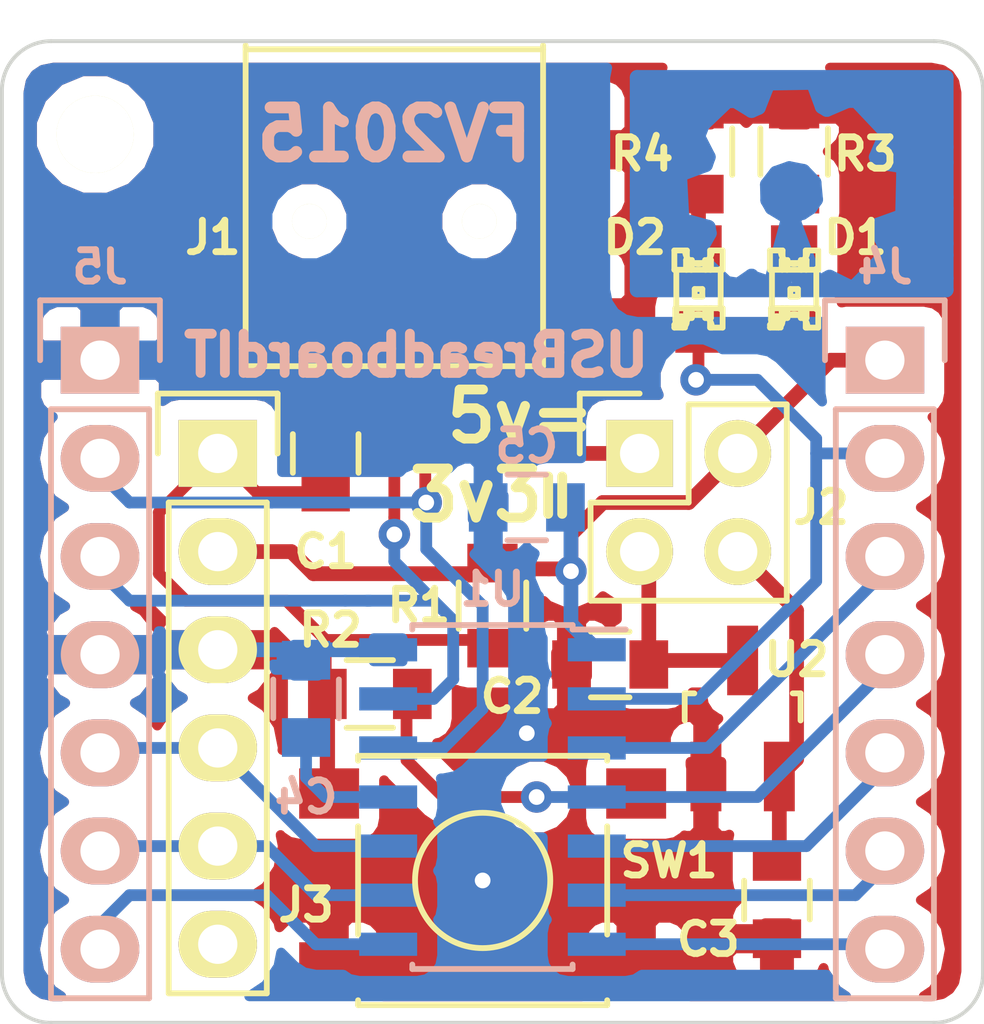
<source format=kicad_pcb>
(kicad_pcb (version 4) (host pcbnew "(2015-10-02 BZR 6238, Git 845638f)-product")

  (general
    (links 53)
    (no_connects 0)
    (area 78.689999 71.069999 104.190001 96.570001)
    (thickness 1.6)
    (drawings 12)
    (tracks 142)
    (zones 0)
    (modules 21)
    (nets 23)
  )

  (page A4)
  (layers
    (0 F.Cu signal)
    (31 B.Cu signal hide)
    (32 B.Adhes user)
    (33 F.Adhes user)
    (34 B.Paste user)
    (35 F.Paste user)
    (36 B.SilkS user)
    (37 F.SilkS user)
    (38 B.Mask user)
    (39 F.Mask user)
    (40 Dwgs.User user)
    (41 Cmts.User user)
    (42 Eco1.User user)
    (43 Eco2.User user)
    (44 Edge.Cuts user)
    (45 Margin user)
    (46 B.CrtYd user hide)
    (47 F.CrtYd user)
    (48 B.Fab user)
    (49 F.Fab user)
  )

  (setup
    (last_trace_width 0.25)
    (user_trace_width 0.254)
    (user_trace_width 0.3048)
    (user_trace_width 0.381)
    (trace_clearance 0.2)
    (zone_clearance 0.508)
    (zone_45_only no)
    (trace_min 0.1524)
    (segment_width 0.2)
    (edge_width 0.1)
    (via_size 0.6858)
    (via_drill 0.4)
    (via_min_size 0.6858)
    (via_min_drill 0.3302)
    (user_via 0.8128 0.4064)
    (uvia_size 0.3)
    (uvia_drill 0.1)
    (uvias_allowed no)
    (uvia_min_size 0.2)
    (uvia_min_drill 0.1)
    (pcb_text_width 0.3)
    (pcb_text_size 0.8128 0.8128)
    (mod_edge_width 0.15)
    (mod_text_size 0.8128 0.8128)
    (mod_text_width 0.1778)
    (pad_size 0.8001 1.80086)
    (pad_drill 0)
    (pad_to_mask_clearance 0)
    (aux_axis_origin 0 0)
    (visible_elements 7FFEFFFF)
    (pcbplotparams
      (layerselection 0x000f0_80000001)
      (usegerberextensions true)
      (excludeedgelayer true)
      (linewidth 0.100000)
      (plotframeref false)
      (viasonmask false)
      (mode 1)
      (useauxorigin false)
      (hpglpennumber 1)
      (hpglpenspeed 20)
      (hpglpendiameter 15)
      (hpglpenoverlay 2)
      (psnegative false)
      (psa4output false)
      (plotreference true)
      (plotvalue false)
      (plotinvisibletext false)
      (padsonsilk false)
      (subtractmaskfromsilk false)
      (outputformat 1)
      (mirror false)
      (drillshape 0)
      (scaleselection 1)
      (outputdirectory gerber/))
  )

  (net 0 "")
  (net 1 "Net-(C1-Pad1)")
  (net 2 GND)
  (net 3 /REG_OUT)
  (net 4 /REG_IN)
  (net 5 "Net-(C4-Pad1)")
  (net 6 +5V)
  (net 7 /D-)
  (net 8 /D+)
  (net 9 "Net-(J1-Pad4)")
  (net 10 VDD)
  (net 11 /PGD)
  (net 12 /PGC)
  (net 13 "Net-(J4-Pad3)")
  (net 14 "Net-(J4-Pad4)")
  (net 15 "Net-(J4-Pad5)")
  (net 16 "Net-(J4-Pad6)")
  (net 17 "Net-(J4-Pad7)")
  (net 18 "Net-(J5-Pad7)")
  (net 19 "Net-(J3-Pad6)")
  (net 20 "Net-(D1-Pad2)")
  (net 21 "Net-(D2-Pad2)")
  (net 22 "Net-(D2-Pad1)")

  (net_class Default "This is the default net class."
    (clearance 0.2)
    (trace_width 0.25)
    (via_dia 0.6858)
    (via_drill 0.4)
    (uvia_dia 0.3)
    (uvia_drill 0.1)
    (add_net +5V)
    (add_net /D+)
    (add_net /D-)
    (add_net /PGC)
    (add_net /PGD)
    (add_net /REG_IN)
    (add_net /REG_OUT)
    (add_net GND)
    (add_net "Net-(C1-Pad1)")
    (add_net "Net-(C4-Pad1)")
    (add_net "Net-(D1-Pad2)")
    (add_net "Net-(D2-Pad1)")
    (add_net "Net-(D2-Pad2)")
    (add_net "Net-(J1-Pad4)")
    (add_net "Net-(J3-Pad6)")
    (add_net "Net-(J4-Pad3)")
    (add_net "Net-(J4-Pad4)")
    (add_net "Net-(J4-Pad5)")
    (add_net "Net-(J4-Pad6)")
    (add_net "Net-(J4-Pad7)")
    (add_net "Net-(J5-Pad7)")
    (add_net VDD)
  )

  (module board:HOLE (layer F.Cu) (tedit 56125D9B) (tstamp 560FEA35)
    (at 81.153 73.533)
    (fp_text reference HOLE (at 3.5 -2) (layer F.SilkS) hide
      (effects (font (thickness 0.3048)))
    )
    (fp_text value VAL** (at 4 0) (layer F.SilkS) hide
      (effects (font (thickness 0.3048)))
    )
    (pad "" np_thru_hole circle (at 0 0) (size 2 2) (drill 2) (layers *.Cu *.Mask F.SilkS))
  )

  (module Resistors_SMD:R_0805_2 (layer F.Cu) (tedit 56125D61) (tstamp 560FDCA9)
    (at 96.774 73.9775 90)
    (descr "Resistor SMD 0805, reflow soldering, Vishay (see dcrcw.pdf)")
    (tags "resistor 0805")
    (path /56103AD5)
    (attr smd)
    (fp_text reference R4 (at -0.0635 -1.4605 180) (layer F.SilkS)
      (effects (font (size 0.8128 0.8128) (thickness 0.1778)))
    )
    (fp_text value 5k (at 0 2.1 90) (layer F.Fab)
      (effects (font (size 1 1) (thickness 0.15)))
    )
    (fp_line (start -1.6 -1) (end 1.6 -1) (layer F.CrtYd) (width 0.05))
    (fp_line (start -1.6 1) (end 1.6 1) (layer F.CrtYd) (width 0.05))
    (fp_line (start -1.6 -1) (end -1.6 1) (layer F.CrtYd) (width 0.05))
    (fp_line (start 1.6 -1) (end 1.6 1) (layer F.CrtYd) (width 0.05))
    (fp_line (start 0.6 0.875) (end -0.6 0.875) (layer F.SilkS) (width 0.15))
    (pad 1 smd rect (at -1.1 0 90) (size 1 1.3) (layers F.Cu F.Paste F.Mask)
      (net 21 "Net-(D2-Pad2)"))
    (pad 2 smd rect (at 1.1 0 90) (size 1 1.3) (layers F.Cu F.Paste F.Mask)
      (net 2 GND))
    (model Resistors_SMD.3dshapes/R_0805.wrl
      (at (xyz 0 0 0))
      (scale (xyz 1 1 1))
      (rotate (xyz 0 0 0))
    )
  )

  (module R_0805_2 (layer F.Cu) (tedit 56125CD9) (tstamp 560FDCA3)
    (at 99.2505 73.9775 90)
    (descr "Resistor SMD 0805, reflow soldering, Vishay (see dcrcw.pdf)")
    (tags "resistor 0805")
    (path /56103A4B)
    (attr smd)
    (fp_text reference R3 (at -0.0635 1.8415 180) (layer F.SilkS)
      (effects (font (size 0.8128 0.8128) (thickness 0.1778)))
    )
    (fp_text value 5k (at 0 2.1 90) (layer F.Fab)
      (effects (font (size 1 1) (thickness 0.15)))
    )
    (fp_line (start -1.6 -1) (end 1.6 -1) (layer F.CrtYd) (width 0.05))
    (fp_line (start -1.6 1) (end 1.6 1) (layer F.CrtYd) (width 0.05))
    (fp_line (start -1.6 -1) (end -1.6 1) (layer F.CrtYd) (width 0.05))
    (fp_line (start 1.6 -1) (end 1.6 1) (layer F.CrtYd) (width 0.05))
    (fp_line (start 0.6 0.875) (end -0.6 0.875) (layer F.SilkS) (width 0.15))
    (fp_line (start -0.6 -0.875) (end 0.6 -0.875) (layer F.SilkS) (width 0.15))
    (pad 1 smd rect (at -1.1 0 90) (size 1 1.3) (layers F.Cu F.Paste F.Mask)
      (net 20 "Net-(D1-Pad2)"))
    (pad 2 smd rect (at 1.1 0 90) (size 1 1.3) (layers F.Cu F.Paste F.Mask)
      (net 2 GND))
    (model Resistors_SMD.3dshapes/R_0805.wrl
      (at (xyz 0 0 0))
      (scale (xyz 1 1 1))
      (rotate (xyz 0 0 0))
    )
  )

  (module Connect:USB_Mini-B (layer F.Cu) (tedit 56125346) (tstamp 560FD018)
    (at 88.9 74.93 270)
    (descr "USB Mini-B 5-pin SMD connector")
    (tags "USB USB_B USB_Mini connector")
    (path /560FB5C5)
    (attr smd)
    (fp_text reference J1 (at 1.27 4.699 360) (layer F.SilkS)
      (effects (font (size 0.8128 0.8128) (thickness 0.1778)))
    )
    (fp_text value USB (at 0 -7.0993 270) (layer F.Fab)
      (effects (font (size 1 1) (thickness 0.15)))
    )
    (fp_line (start -4.85 -5.7) (end 4.85 -5.7) (layer F.CrtYd) (width 0.05))
    (fp_line (start 4.85 -5.7) (end 4.85 5.7) (layer F.CrtYd) (width 0.05))
    (fp_line (start 4.85 5.7) (end -4.85 5.7) (layer F.CrtYd) (width 0.05))
    (fp_line (start -4.85 5.7) (end -4.85 -5.7) (layer F.CrtYd) (width 0.05))
    (fp_line (start -3.59918 -3.85064) (end -3.59918 3.85064) (layer F.SilkS) (width 0.15))
    (fp_line (start -3.7 3.85064) (end 4.59994 3.85064) (layer F.SilkS) (width 0.15))
    (fp_line (start 4.59994 3.85064) (end 4.59994 -3.85064) (layer F.SilkS) (width 0.15))
    (fp_line (start 4.59994 -3.85064) (end -3.7 -3.85064) (layer F.SilkS) (width 0.15))
    (pad 1 smd rect (at 3.44932 -1.6002 270) (size 2.30124 0.50038) (layers F.Cu F.Paste F.Mask)
      (net 6 +5V))
    (pad 2 smd rect (at 3.44932 -0.8001 270) (size 2.30124 0.50038) (layers F.Cu F.Paste F.Mask)
      (net 7 /D-))
    (pad 3 smd rect (at 3.44932 0 270) (size 2.30124 0.50038) (layers F.Cu F.Paste F.Mask)
      (net 8 /D+))
    (pad 4 smd rect (at 3.44932 0.8001 270) (size 2.30124 0.50038) (layers F.Cu F.Paste F.Mask)
      (net 9 "Net-(J1-Pad4)"))
    (pad 5 smd rect (at 3.44932 1.6002 270) (size 2.30124 0.50038) (layers F.Cu F.Paste F.Mask)
      (net 2 GND))
    (pad 6 smd rect (at 3.35026 -4.45008 270) (size 2.49936 1.99898) (layers F.Cu F.Paste F.Mask)
      (net 2 GND))
    (pad 6 smd rect (at -1 -4.45008 270) (size 2.49936 1.99898) (layers F.Cu F.Paste F.Mask)
      (net 2 GND))
    (pad 6 smd rect (at 3.35026 4.45008 270) (size 2.49936 1.99898) (layers F.Cu F.Paste F.Mask)
      (net 2 GND))
    (pad 6 smd rect (at -1 4.45008 270) (size 2.49936 1.99898) (layers F.Cu F.Paste F.Mask)
      (net 2 GND))
    (pad "" np_thru_hole circle (at 0.8509 -2.19964 270) (size 0.89916 0.89916) (drill 0.89916) (layers *.Cu *.Mask F.SilkS))
    (pad "" np_thru_hole circle (at 0.8509 2.19964 270) (size 0.89916 0.89916) (drill 0.89916) (layers *.Cu *.Mask F.SilkS))
    (model walter/conn_pc/usb_B_mini_smd.wrl
      (at (xyz 0 0 0))
      (scale (xyz 1 1 1))
      (rotate (xyz 0 0 90))
    )
  )

  (module Symbols:Symbol_OSHW-Logo_CopperTop_Negative (layer B.Cu) (tedit 561001BF) (tstamp 560FE6E6)
    (at 99.187 75.057 180)
    (descr "Symbol, OSHW-Logo, Copper top, Negative,")
    (tags "Symbol, OSHW-Logo, Copper top, Negative,")
    (fp_text reference REF** (at 0.09906 4.38912 180) (layer B.SilkS) hide
      (effects (font (size 1 1) (thickness 0.15)) (justify mirror))
    )
    (fp_text value OSHW-Logo (at 0.30988 -6.56082 180) (layer B.Fab)
      (effects (font (size 1 1) (thickness 0.15)) (justify mirror))
    )
    (fp_line (start -4 3) (end -4 -2.5) (layer B.Cu) (width 0.381))
    (fp_line (start 0 -0.59944) (end -0.59944 -2.19964) (layer B.Cu) (width 0.381))
    (fp_line (start 0.09906 -0.70104) (end 0.50038 -2.19964) (layer B.Cu) (width 0.381))
    (fp_line (start -0.39878 -0.29972) (end 0.39878 -0.29972) (layer B.Cu) (width 0.381))
    (fp_line (start 0.59944 0) (end -0.39878 0) (layer B.Cu) (width 0.381))
    (fp_line (start -0.39878 0.29972) (end 0.39878 0.29972) (layer B.Cu) (width 0.381))
    (fp_line (start -4.0005 -2.19964) (end -1.99898 -2.19964) (layer B.Cu) (width 0.381))
    (fp_line (start -2.30124 -1.89992) (end -3.8989 -1.89992) (layer B.Cu) (width 0.381))
    (fp_line (start -4.0005 -1.6002) (end -2.49936 -1.6002) (layer B.Cu) (width 0.381))
    (fp_line (start -2.4003 -1.30048) (end -4.0005 -1.30048) (layer B.Cu) (width 0.381))
    (fp_line (start -3.8989 -1.00076) (end -2.49936 -1.00076) (layer B.Cu) (width 0.381))
    (fp_line (start -2.79908 -0.70104) (end -3.8989 -0.70104) (layer B.Cu) (width 0.381))
    (fp_line (start -4.0005 -0.39878) (end -2.99974 -0.39878) (layer B.Cu) (width 0.381))
    (fp_line (start -2.99974 -0.09906) (end -4.0005 -0.09906) (layer B.Cu) (width 0.381))
    (fp_line (start -3.8989 0.20066) (end -2.99974 0.20066) (layer B.Cu) (width 0.381))
    (fp_line (start -2.90068 0.50038) (end -3.8989 0.50038) (layer B.Cu) (width 0.381))
    (fp_line (start -4.0005 0.8001) (end -2.49936 0.8001) (layer B.Cu) (width 0.381))
    (fp_line (start -2.4003 1.09982) (end -3.8989 1.09982) (layer B.Cu) (width 0.381))
    (fp_line (start -4.0005 1.19888) (end -2.60096 1.19888) (layer B.Cu) (width 0.381))
    (fp_line (start -2.49936 1.50114) (end -3.8989 1.50114) (layer B.Cu) (width 0.381))
    (fp_line (start -3.8989 1.80086) (end -2.49936 1.80086) (layer B.Cu) (width 0.381))
    (fp_line (start -1.99898 2.10058) (end -3.79984 2.10058) (layer B.Cu) (width 0.381))
    (fp_line (start -3.8989 2.4003) (end -0.89916 2.4003) (layer B.Cu) (width 0.381))
    (fp_line (start -0.70104 2.70002) (end -3.8989 2.70002) (layer B.Cu) (width 0.381))
    (fp_line (start 0.8001 2.70002) (end 3.8989 2.70002) (layer B.Cu) (width 0.381))
    (fp_line (start 4.0005 2.49936) (end 0.89916 2.49936) (layer B.Cu) (width 0.381))
    (fp_line (start 1.99898 2.19964) (end 3.8989 2.19964) (layer B.Cu) (width 0.381))
    (fp_line (start 4.0005 1.99898) (end 2.30124 1.99898) (layer B.Cu) (width 0.381))
    (fp_line (start 2.49936 1.69926) (end 3.8989 1.69926) (layer B.Cu) (width 0.381))
    (fp_line (start 3.8989 1.39954) (end 2.60096 1.39954) (layer B.Cu) (width 0.381))
    (fp_line (start 2.30124 1.09982) (end 4.0005 1.09982) (layer B.Cu) (width 0.381))
    (fp_line (start 4.0005 0.8001) (end 2.4003 0.8001) (layer B.Cu) (width 0.381))
    (fp_line (start 2.90068 0.50038) (end 4.0005 0.50038) (layer B.Cu) (width 0.381))
    (fp_line (start 4.0005 0.20066) (end 2.99974 0.20066) (layer B.Cu) (width 0.381))
    (fp_line (start 2.90068 -0.09906) (end 4.0005 -0.09906) (layer B.Cu) (width 0.381))
    (fp_line (start 4.0005 -0.39878) (end 2.90068 -0.39878) (layer B.Cu) (width 0.381))
    (fp_line (start 2.79908 -0.70104) (end 3.8989 -0.70104) (layer B.Cu) (width 0.381))
    (fp_line (start 4.0005 -1.00076) (end 2.30124 -1.00076) (layer B.Cu) (width 0.381))
    (fp_line (start 2.4003 -1.30048) (end 3.8989 -1.30048) (layer B.Cu) (width 0.381))
    (fp_line (start 2.4003 -1.6002) (end 3.79984 -1.6002) (layer B.Cu) (width 0.381))
    (fp_line (start 3.8989 -1.89992) (end 2.4003 -1.89992) (layer B.Cu) (width 0.381))
    (fp_line (start 2.10058 -2.19964) (end 3.79984 -2.19964) (layer B.Cu) (width 0.381))
    (fp_line (start 0 -1.6002) (end 0.20066 -2.30124) (layer B.Cu) (width 0.381))
    (fp_line (start 0 -1.50114) (end -0.20066 -2.30124) (layer B.Cu) (width 0.381))
    (fp_line (start -4.0005 -2.49936) (end 4.0005 -2.49936) (layer B.Cu) (width 0.381))
    (fp_line (start 0.02032 -0.68072) (end -0.01016 -0.97028) (layer B.Cu) (width 0.381))
    (fp_line (start -0.01016 -0.97028) (end 0.5588 -2.33934) (layer B.Cu) (width 0.381))
    (fp_line (start 0.5588 -2.33934) (end 1.00076 -2.18948) (layer B.Cu) (width 0.381))
    (fp_line (start 1.00076 -2.18948) (end 1.03886 -2.14122) (layer B.Cu) (width 0.381))
    (fp_line (start 1.03886 -2.14122) (end 1.43002 -2.41046) (layer B.Cu) (width 0.381))
    (fp_line (start 1.41986 -2.36982) (end 1.62052 -2.33934) (layer B.Cu) (width 0.381))
    (fp_line (start 1.63068 -2.37998) (end 2.30886 -1.7399) (layer B.Cu) (width 0.381))
    (fp_line (start 2.30886 -1.7399) (end 2.4003 -1.50876) (layer B.Cu) (width 0.381))
    (fp_line (start 2.4003 -1.50876) (end 2.13106 -1.03124) (layer B.Cu) (width 0.381))
    (fp_line (start 2.13106 -1.03124) (end 2.159 -0.87884) (layer B.Cu) (width 0.381))
    (fp_line (start 2.159 -0.87884) (end 2.83972 -0.69088) (layer B.Cu) (width 0.381))
    (fp_line (start 2.83972 -0.69088) (end 2.90068 0.49022) (layer B.Cu) (width 0.381))
    (fp_line (start 2.90068 0.49022) (end 2.23012 0.73914) (layer B.Cu) (width 0.381))
    (fp_line (start 2.23012 0.73914) (end 2.159 0.9398) (layer B.Cu) (width 0.381))
    (fp_line (start 2.159 0.9398) (end 2.43078 1.47066) (layer B.Cu) (width 0.381))
    (fp_line (start 2.43078 1.47066) (end 2.30886 1.78054) (layer B.Cu) (width 0.381))
    (fp_line (start 2.30886 1.78054) (end 1.66878 2.39014) (layer B.Cu) (width 0.381))
    (fp_line (start 1.66878 2.39014) (end 1.4605 2.4003) (layer B.Cu) (width 0.381))
    (fp_line (start 1.4605 2.4003) (end 1.03886 2.14122) (layer B.Cu) (width 0.381))
    (fp_line (start 1.03886 2.14122) (end 0.86106 2.21996) (layer B.Cu) (width 0.381))
    (fp_line (start 0.86106 2.21996) (end 0.64008 2.77876) (layer B.Cu) (width 0.381))
    (fp_line (start 0.64008 2.77876) (end 0.61976 2.84988) (layer B.Cu) (width 0.381))
    (fp_line (start 0.61976 2.84988) (end -0.55118 2.8702) (layer B.Cu) (width 0.381))
    (fp_line (start -0.54102 2.91084) (end -0.78994 2.24028) (layer B.Cu) (width 0.381))
    (fp_line (start -0.78994 2.24028) (end -0.90932 2.16916) (layer B.Cu) (width 0.381))
    (fp_line (start -0.90932 2.16916) (end -1.61036 2.46888) (layer B.Cu) (width 0.381))
    (fp_line (start -1.61036 2.46888) (end -2.46126 1.56972) (layer B.Cu) (width 0.381))
    (fp_line (start -2.46126 1.56972) (end -2.18948 0.9398) (layer B.Cu) (width 0.381))
    (fp_line (start -2.18948 0.9398) (end -2.23012 0.81026) (layer B.Cu) (width 0.381))
    (fp_line (start -2.23012 0.81026) (end -2.75082 0.72898) (layer B.Cu) (width 0.381))
    (fp_line (start -2.75082 0.72898) (end -2.90068 0.67056) (layer B.Cu) (width 0.381))
    (fp_line (start -2.90068 0.67056) (end -2.8702 -0.58928) (layer B.Cu) (width 0.381))
    (fp_line (start -2.8702 -0.58928) (end -2.23012 -0.82042) (layer B.Cu) (width 0.381))
    (fp_line (start -2.23012 -0.82042) (end -2.19964 -0.91948) (layer B.Cu) (width 0.381))
    (fp_line (start -2.19964 -0.91948) (end -2.49936 -1.52908) (layer B.Cu) (width 0.381))
    (fp_line (start -2.49936 -1.52908) (end -1.67894 -2.36982) (layer B.Cu) (width 0.381))
    (fp_line (start -1.67894 -2.36982) (end -1.56972 -2.46126) (layer B.Cu) (width 0.381))
    (fp_line (start -1.56972 -2.46126) (end -0.98044 -2.16916) (layer B.Cu) (width 0.381))
    (fp_line (start -0.98044 -2.16916) (end -0.71882 -2.30886) (layer B.Cu) (width 0.381))
    (fp_line (start -0.71882 -2.30886) (end -0.49022 -2.30886) (layer B.Cu) (width 0.381))
    (fp_line (start -0.49022 -2.30886) (end 0.0508 -0.8001) (layer B.Cu) (width 0.381))
    (fp_line (start 0.0508 -0.8001) (end -0.1905 -0.49022) (layer B.Cu) (width 0.381))
    (fp_line (start -0.1905 -0.49022) (end -0.26924 -0.50038) (layer B.Cu) (width 0.381))
    (fp_line (start -0.26924 -0.50038) (end -0.48006 -0.36068) (layer B.Cu) (width 0.381))
    (fp_line (start -0.48006 -0.36068) (end -0.61976 -0.16002) (layer B.Cu) (width 0.381))
    (fp_line (start -0.61976 -0.16002) (end -0.57912 0.2794) (layer B.Cu) (width 0.381))
    (fp_line (start -0.57912 0.2794) (end -0.29972 0.56896) (layer B.Cu) (width 0.381))
    (fp_line (start -0.29972 0.56896) (end 0.06096 0.64008) (layer B.Cu) (width 0.381))
    (fp_line (start 0.06096 0.64008) (end 0.39878 0.5207) (layer B.Cu) (width 0.381))
    (fp_line (start 0.39878 0.5207) (end 0.62992 0.22098) (layer B.Cu) (width 0.381))
    (fp_line (start 0.62992 0.22098) (end 0.61976 -0.18034) (layer B.Cu) (width 0.381))
    (fp_line (start 0.61976 -0.18034) (end 0.51054 -0.37084) (layer B.Cu) (width 0.381))
    (fp_line (start 0.51054 -0.37084) (end 0 -0.68072) (layer B.Cu) (width 0.381))
    (fp_line (start -4.0005 2.99974) (end 4.0005 2.99974) (layer B.Cu) (width 0.381))
    (fp_line (start 4.0005 2.99974) (end 4.0005 -2.5) (layer B.Cu) (width 0.381))
  )

  (module Capacitors_SMD:C_0805 (layer F.Cu) (tedit 56125274) (tstamp 560FCFF7)
    (at 87.122 81.788 90)
    (descr "Capacitor SMD 0805, reflow soldering, AVX (see smccp.pdf)")
    (tags "capacitor 0805")
    (path /560FD43B)
    (attr smd)
    (fp_text reference C1 (at -2.54 0 180) (layer F.SilkS)
      (effects (font (size 0.8128 0.8128) (thickness 0.1778)))
    )
    (fp_text value 100n (at 0 2.1 90) (layer F.Fab)
      (effects (font (size 1 1) (thickness 0.15)))
    )
    (fp_line (start -1.8 -1) (end 1.8 -1) (layer F.CrtYd) (width 0.05))
    (fp_line (start -1.8 1) (end 1.8 1) (layer F.CrtYd) (width 0.05))
    (fp_line (start -1.8 -1) (end -1.8 1) (layer F.CrtYd) (width 0.05))
    (fp_line (start 1.8 -1) (end 1.8 1) (layer F.CrtYd) (width 0.05))
    (fp_line (start 0.5 -0.85) (end -0.5 -0.85) (layer F.SilkS) (width 0.15))
    (fp_line (start -0.5 0.85) (end 0.5 0.85) (layer F.SilkS) (width 0.15))
    (pad 1 smd rect (at -1 0 90) (size 1 1.25) (layers F.Cu F.Paste F.Mask)
      (net 1 "Net-(C1-Pad1)"))
    (pad 2 smd rect (at 1 0 90) (size 1 1.25) (layers F.Cu F.Paste F.Mask)
      (net 2 GND))
    (model Capacitors_SMD.3dshapes/C_0805.wrl
      (at (xyz 0 0 0))
      (scale (xyz 1 1 1))
      (rotate (xyz 0 0 0))
    )
  )

  (module Capacitors_SMD:C_0805 (layer F.Cu) (tedit 5612845A) (tstamp 560FCFFD)
    (at 94.488 87.249 180)
    (descr "Capacitor SMD 0805, reflow soldering, AVX (see smccp.pdf)")
    (tags "capacitor 0805")
    (path /560FCB27)
    (attr smd)
    (fp_text reference C2 (at 2.54 -0.8255 360) (layer F.SilkS)
      (effects (font (size 0.8128 0.8128) (thickness 0.1778)))
    )
    (fp_text value 1u (at 0 2.1 180) (layer F.Fab)
      (effects (font (size 1 1) (thickness 0.15)))
    )
    (fp_line (start -1.8 -1) (end 1.8 -1) (layer F.CrtYd) (width 0.05))
    (fp_line (start -1.8 1) (end 1.8 1) (layer F.CrtYd) (width 0.05))
    (fp_line (start -1.8 -1) (end -1.8 1) (layer F.CrtYd) (width 0.05))
    (fp_line (start 1.8 -1) (end 1.8 1) (layer F.CrtYd) (width 0.05))
    (fp_line (start 0.5 -0.85) (end -0.5 -0.85) (layer F.SilkS) (width 0.15))
    (fp_line (start -0.5 0.85) (end 0.5 0.85) (layer F.SilkS) (width 0.15))
    (pad 1 smd rect (at -1 0 180) (size 1 1.25) (layers F.Cu F.Paste F.Mask)
      (net 4 /REG_IN))
    (pad 2 smd rect (at 1 0 180) (size 1 1.25) (layers F.Cu F.Paste F.Mask)
      (net 2 GND))
    (model Capacitors_SMD.3dshapes/C_0805.wrl
      (at (xyz 0 0 0))
      (scale (xyz 1 1 1))
      (rotate (xyz 0 0 0))
    )
  )

  (module Capacitors_SMD:C_0805 (layer F.Cu) (tedit 56128447) (tstamp 560FD003)
    (at 98.806 93.345 270)
    (descr "Capacitor SMD 0805, reflow soldering, AVX (see smccp.pdf)")
    (tags "capacitor 0805")
    (path /560FC591)
    (attr smd)
    (fp_text reference C3 (at 1.016 1.778 540) (layer F.SilkS)
      (effects (font (size 0.8128 0.8128) (thickness 0.1778)))
    )
    (fp_text value 1u (at 0 2.1 270) (layer F.Fab)
      (effects (font (size 1 1) (thickness 0.15)))
    )
    (fp_line (start -1.8 -1) (end 1.8 -1) (layer F.CrtYd) (width 0.05))
    (fp_line (start -1.8 1) (end 1.8 1) (layer F.CrtYd) (width 0.05))
    (fp_line (start -1.8 -1) (end -1.8 1) (layer F.CrtYd) (width 0.05))
    (fp_line (start 1.8 -1) (end 1.8 1) (layer F.CrtYd) (width 0.05))
    (fp_line (start 0.5 -0.85) (end -0.5 -0.85) (layer F.SilkS) (width 0.15))
    (fp_line (start -0.5 0.85) (end 0.5 0.85) (layer F.SilkS) (width 0.15))
    (pad 1 smd rect (at -1 0 270) (size 1 1.25) (layers F.Cu F.Paste F.Mask)
      (net 3 /REG_OUT))
    (pad 2 smd rect (at 1 0 270) (size 1 1.25) (layers F.Cu F.Paste F.Mask)
      (net 2 GND))
    (model Capacitors_SMD.3dshapes/C_0805.wrl
      (at (xyz 0 0 0))
      (scale (xyz 1 1 1))
      (rotate (xyz 0 0 0))
    )
  )

  (module Capacitors_SMD:C_0805 (layer B.Cu) (tedit 560FE36D) (tstamp 560FD009)
    (at 86.614 88.138 90)
    (descr "Capacitor SMD 0805, reflow soldering, AVX (see smccp.pdf)")
    (tags "capacitor 0805")
    (path /560FC48B)
    (attr smd)
    (fp_text reference C4 (at -2.54 0 180) (layer B.SilkS)
      (effects (font (size 0.8128 0.8128) (thickness 0.1778)) (justify mirror))
    )
    (fp_text value 100n (at 0 -2.1 90) (layer B.Fab)
      (effects (font (size 1 1) (thickness 0.15)) (justify mirror))
    )
    (fp_line (start -1.8 1) (end 1.8 1) (layer B.CrtYd) (width 0.05))
    (fp_line (start -1.8 -1) (end 1.8 -1) (layer B.CrtYd) (width 0.05))
    (fp_line (start -1.8 1) (end -1.8 -1) (layer B.CrtYd) (width 0.05))
    (fp_line (start 1.8 1) (end 1.8 -1) (layer B.CrtYd) (width 0.05))
    (fp_line (start 0.5 0.85) (end -0.5 0.85) (layer B.SilkS) (width 0.15))
    (fp_line (start -0.5 -0.85) (end 0.5 -0.85) (layer B.SilkS) (width 0.15))
    (pad 1 smd rect (at -1 0 90) (size 1 1.25) (layers B.Cu B.Paste B.Mask)
      (net 5 "Net-(C4-Pad1)"))
    (pad 2 smd rect (at 1 0 90) (size 1 1.25) (layers B.Cu B.Paste B.Mask)
      (net 2 GND))
    (model Capacitors_SMD.3dshapes/C_0805.wrl
      (at (xyz 0 0 0))
      (scale (xyz 1 1 1))
      (rotate (xyz 0 0 0))
    )
  )

  (module Pin_Headers:Pin_Header_Straight_2x02 (layer F.Cu) (tedit 561257E2) (tstamp 560FD020)
    (at 95.25 81.788)
    (descr "Through hole pin header")
    (tags "pin header")
    (path /560FBE4D)
    (fp_text reference J2 (at 4.699 1.397) (layer F.SilkS)
      (effects (font (size 0.8128 0.8128) (thickness 0.1778)))
    )
    (fp_text value HEADER_2x2 (at 0 -3.1) (layer F.Fab)
      (effects (font (size 1 1) (thickness 0.15)))
    )
    (fp_line (start -1.75 -1.75) (end -1.75 4.3) (layer F.CrtYd) (width 0.05))
    (fp_line (start 4.3 -1.75) (end 4.3 4.3) (layer F.CrtYd) (width 0.05))
    (fp_line (start -1.75 -1.75) (end 4.3 -1.75) (layer F.CrtYd) (width 0.05))
    (fp_line (start -1.75 4.3) (end 4.3 4.3) (layer F.CrtYd) (width 0.05))
    (fp_line (start -1.55 0) (end -1.55 -1.55) (layer F.SilkS) (width 0.15))
    (fp_line (start 0 -1.55) (end -1.55 -1.55) (layer F.SilkS) (width 0.15))
    (fp_line (start -1.27 1.27) (end 1.27 1.27) (layer F.SilkS) (width 0.15))
    (fp_line (start 1.27 1.27) (end 1.27 -1.27) (layer F.SilkS) (width 0.15))
    (fp_line (start 1.27 -1.27) (end 3.81 -1.27) (layer F.SilkS) (width 0.15))
    (fp_line (start 3.81 -1.27) (end 3.81 3.81) (layer F.SilkS) (width 0.15))
    (fp_line (start 3.81 3.81) (end -1.27 3.81) (layer F.SilkS) (width 0.15))
    (fp_line (start -1.27 3.81) (end -1.27 1.27) (layer F.SilkS) (width 0.15))
    (pad 1 thru_hole rect (at 0 0) (size 1.7272 1.7272) (drill 1.016) (layers *.Cu *.Mask F.SilkS)
      (net 6 +5V))
    (pad 2 thru_hole oval (at 2.54 0) (size 1.7272 1.7272) (drill 1.016) (layers *.Cu *.Mask F.SilkS)
      (net 10 VDD))
    (pad 3 thru_hole oval (at 0 2.54) (size 1.7272 1.7272) (drill 1.016) (layers *.Cu *.Mask F.SilkS)
      (net 4 /REG_IN))
    (pad 4 thru_hole oval (at 2.54 2.54) (size 1.7272 1.7272) (drill 1.016) (layers *.Cu *.Mask F.SilkS)
      (net 3 /REG_OUT))
    (model Pin_Headers.3dshapes/Pin_Header_Straight_2x02.wrl
      (at (xyz 0.05 -0.05 0))
      (scale (xyz 1 1 1))
      (rotate (xyz 0 0 90))
    )
  )

  (module Pin_Headers:Pin_Header_Straight_1x07 (layer B.Cu) (tedit 560FE315) (tstamp 560FD034)
    (at 101.6 79.375 180)
    (descr "Through hole pin header")
    (tags "pin header")
    (path /560FFABC)
    (fp_text reference J4 (at 0 2.413 180) (layer B.SilkS)
      (effects (font (size 0.8128 0.8128) (thickness 0.1778)) (justify mirror))
    )
    (fp_text value HEADER_7 (at 0 3.1 180) (layer B.Fab)
      (effects (font (size 1 1) (thickness 0.15)) (justify mirror))
    )
    (fp_line (start -1.75 1.75) (end -1.75 -17) (layer B.CrtYd) (width 0.05))
    (fp_line (start 1.75 1.75) (end 1.75 -17) (layer B.CrtYd) (width 0.05))
    (fp_line (start -1.75 1.75) (end 1.75 1.75) (layer B.CrtYd) (width 0.05))
    (fp_line (start -1.75 -17) (end 1.75 -17) (layer B.CrtYd) (width 0.05))
    (fp_line (start 1.27 -1.27) (end 1.27 -16.51) (layer B.SilkS) (width 0.15))
    (fp_line (start 1.27 -16.51) (end -1.27 -16.51) (layer B.SilkS) (width 0.15))
    (fp_line (start -1.27 -16.51) (end -1.27 -1.27) (layer B.SilkS) (width 0.15))
    (fp_line (start 1.55 1.55) (end 1.55 0) (layer B.SilkS) (width 0.15))
    (fp_line (start 1.27 -1.27) (end -1.27 -1.27) (layer B.SilkS) (width 0.15))
    (fp_line (start -1.55 0) (end -1.55 1.55) (layer B.SilkS) (width 0.15))
    (fp_line (start -1.55 1.55) (end 1.55 1.55) (layer B.SilkS) (width 0.15))
    (pad 1 thru_hole rect (at 0 0 180) (size 2.032 1.7272) (drill 1.016) (layers *.Cu *.Mask B.SilkS)
      (net 10 VDD))
    (pad 2 thru_hole oval (at 0 -2.54 180) (size 2.032 1.7272) (drill 1.016) (layers *.Cu *.Mask B.SilkS)
      (net 22 "Net-(D2-Pad1)"))
    (pad 3 thru_hole oval (at 0 -5.08 180) (size 2.032 1.7272) (drill 1.016) (layers *.Cu *.Mask B.SilkS)
      (net 13 "Net-(J4-Pad3)"))
    (pad 4 thru_hole oval (at 0 -7.62 180) (size 2.032 1.7272) (drill 1.016) (layers *.Cu *.Mask B.SilkS)
      (net 14 "Net-(J4-Pad4)"))
    (pad 5 thru_hole oval (at 0 -10.16 180) (size 2.032 1.7272) (drill 1.016) (layers *.Cu *.Mask B.SilkS)
      (net 15 "Net-(J4-Pad5)"))
    (pad 6 thru_hole oval (at 0 -12.7 180) (size 2.032 1.7272) (drill 1.016) (layers *.Cu *.Mask B.SilkS)
      (net 16 "Net-(J4-Pad6)"))
    (pad 7 thru_hole oval (at 0 -15.24 180) (size 2.032 1.7272) (drill 1.016) (layers *.Cu *.Mask B.SilkS)
      (net 17 "Net-(J4-Pad7)"))
    (model Pin_Headers.3dshapes/Pin_Header_Straight_1x07.wrl
      (at (xyz 0 -0.3 0))
      (scale (xyz 1 1 1))
      (rotate (xyz 0 0 90))
    )
  )

  (module Pin_Headers:Pin_Header_Straight_1x07 (layer B.Cu) (tedit 560FE31F) (tstamp 560FD03F)
    (at 81.28 79.375 180)
    (descr "Through hole pin header")
    (tags "pin header")
    (path /560FEC67)
    (fp_text reference J5 (at 0 2.413 180) (layer B.SilkS)
      (effects (font (size 0.8128 0.8128) (thickness 0.1778)) (justify mirror))
    )
    (fp_text value HEADER_7 (at 0 3.1 180) (layer B.Fab)
      (effects (font (size 1 1) (thickness 0.15)) (justify mirror))
    )
    (fp_line (start -1.75 1.75) (end -1.75 -17) (layer B.CrtYd) (width 0.05))
    (fp_line (start 1.75 1.75) (end 1.75 -17) (layer B.CrtYd) (width 0.05))
    (fp_line (start -1.75 1.75) (end 1.75 1.75) (layer B.CrtYd) (width 0.05))
    (fp_line (start -1.75 -17) (end 1.75 -17) (layer B.CrtYd) (width 0.05))
    (fp_line (start 1.27 -1.27) (end 1.27 -16.51) (layer B.SilkS) (width 0.15))
    (fp_line (start 1.27 -16.51) (end -1.27 -16.51) (layer B.SilkS) (width 0.15))
    (fp_line (start -1.27 -16.51) (end -1.27 -1.27) (layer B.SilkS) (width 0.15))
    (fp_line (start 1.55 1.55) (end 1.55 0) (layer B.SilkS) (width 0.15))
    (fp_line (start 1.27 -1.27) (end -1.27 -1.27) (layer B.SilkS) (width 0.15))
    (fp_line (start -1.55 0) (end -1.55 1.55) (layer B.SilkS) (width 0.15))
    (fp_line (start -1.55 1.55) (end 1.55 1.55) (layer B.SilkS) (width 0.15))
    (pad 1 thru_hole rect (at 0 0 180) (size 2.032 1.7272) (drill 1.016) (layers *.Cu *.Mask B.SilkS)
      (net 2 GND))
    (pad 2 thru_hole oval (at 0 -2.54 180) (size 2.032 1.7272) (drill 1.016) (layers *.Cu *.Mask B.SilkS)
      (net 7 /D-))
    (pad 3 thru_hole oval (at 0 -5.08 180) (size 2.032 1.7272) (drill 1.016) (layers *.Cu *.Mask B.SilkS)
      (net 8 /D+))
    (pad 4 thru_hole oval (at 0 -7.62 180) (size 2.032 1.7272) (drill 1.016) (layers *.Cu *.Mask B.SilkS)
      (net 2 GND))
    (pad 5 thru_hole oval (at 0 -10.16 180) (size 2.032 1.7272) (drill 1.016) (layers *.Cu *.Mask B.SilkS)
      (net 11 /PGD))
    (pad 6 thru_hole oval (at 0 -12.7 180) (size 2.032 1.7272) (drill 1.016) (layers *.Cu *.Mask B.SilkS)
      (net 12 /PGC))
    (pad 7 thru_hole oval (at 0 -15.24 180) (size 2.032 1.7272) (drill 1.016) (layers *.Cu *.Mask B.SilkS)
      (net 18 "Net-(J5-Pad7)"))
    (model Pin_Headers.3dshapes/Pin_Header_Straight_1x07.wrl
      (at (xyz 0 -0.3 0))
      (scale (xyz 1 1 1))
      (rotate (xyz 0 0 90))
    )
  )

  (module Housings_SOIC:SOIC-14_3.9x8.7mm_Pitch1.27mm (layer B.Cu) (tedit 560FE33A) (tstamp 560FD065)
    (at 91.44 90.678 180)
    (descr "14-Lead Plastic Small Outline (SL) - Narrow, 3.90 mm Body [SOIC] (see Microchip Packaging Specification 00000049BS.pdf)")
    (tags "SOIC 1.27")
    (path /560FCE86)
    (attr smd)
    (fp_text reference U1 (at 0 5.375 180) (layer B.SilkS)
      (effects (font (size 0.8128 0.8128) (thickness 0.1778)) (justify mirror))
    )
    (fp_text value PIC16F1454 (at 0 -5.375 180) (layer B.Fab)
      (effects (font (size 1 1) (thickness 0.15)) (justify mirror))
    )
    (fp_line (start -3.7 4.65) (end -3.7 -4.65) (layer B.CrtYd) (width 0.05))
    (fp_line (start 3.7 4.65) (end 3.7 -4.65) (layer B.CrtYd) (width 0.05))
    (fp_line (start -3.7 4.65) (end 3.7 4.65) (layer B.CrtYd) (width 0.05))
    (fp_line (start -3.7 -4.65) (end 3.7 -4.65) (layer B.CrtYd) (width 0.05))
    (fp_line (start -2.075 4.45) (end -2.075 4.335) (layer B.SilkS) (width 0.15))
    (fp_line (start 2.075 4.45) (end 2.075 4.335) (layer B.SilkS) (width 0.15))
    (fp_line (start 2.075 -4.45) (end 2.075 -4.335) (layer B.SilkS) (width 0.15))
    (fp_line (start -2.075 -4.45) (end -2.075 -4.335) (layer B.SilkS) (width 0.15))
    (fp_line (start -2.075 4.45) (end 2.075 4.45) (layer B.SilkS) (width 0.15))
    (fp_line (start -2.075 -4.45) (end 2.075 -4.45) (layer B.SilkS) (width 0.15))
    (fp_line (start -2.075 4.335) (end -3.45 4.335) (layer B.SilkS) (width 0.15))
    (pad 1 smd rect (at -2.7 3.81 180) (size 1.5 0.6) (layers B.Cu B.Paste B.Mask)
      (net 10 VDD))
    (pad 2 smd rect (at -2.7 2.54 180) (size 1.5 0.6) (layers B.Cu B.Paste B.Mask)
      (net 22 "Net-(D2-Pad1)"))
    (pad 3 smd rect (at -2.7 1.27 180) (size 1.5 0.6) (layers B.Cu B.Paste B.Mask)
      (net 13 "Net-(J4-Pad3)"))
    (pad 4 smd rect (at -2.7 0 180) (size 1.5 0.6) (layers B.Cu B.Paste B.Mask)
      (net 14 "Net-(J4-Pad4)"))
    (pad 5 smd rect (at -2.7 -1.27 180) (size 1.5 0.6) (layers B.Cu B.Paste B.Mask)
      (net 15 "Net-(J4-Pad5)"))
    (pad 6 smd rect (at -2.7 -2.54 180) (size 1.5 0.6) (layers B.Cu B.Paste B.Mask)
      (net 16 "Net-(J4-Pad6)"))
    (pad 7 smd rect (at -2.7 -3.81 180) (size 1.5 0.6) (layers B.Cu B.Paste B.Mask)
      (net 17 "Net-(J4-Pad7)"))
    (pad 8 smd rect (at 2.7 -3.81 180) (size 1.5 0.6) (layers B.Cu B.Paste B.Mask)
      (net 18 "Net-(J5-Pad7)"))
    (pad 9 smd rect (at 2.7 -2.54 180) (size 1.5 0.6) (layers B.Cu B.Paste B.Mask)
      (net 12 /PGC))
    (pad 10 smd rect (at 2.7 -1.27 180) (size 1.5 0.6) (layers B.Cu B.Paste B.Mask)
      (net 11 /PGD))
    (pad 11 smd rect (at 2.7 0 180) (size 1.5 0.6) (layers B.Cu B.Paste B.Mask)
      (net 5 "Net-(C4-Pad1)"))
    (pad 12 smd rect (at 2.7 1.27 180) (size 1.5 0.6) (layers B.Cu B.Paste B.Mask)
      (net 7 /D-))
    (pad 13 smd rect (at 2.7 2.54 180) (size 1.5 0.6) (layers B.Cu B.Paste B.Mask)
      (net 8 /D+))
    (pad 14 smd rect (at 2.7 3.81 180) (size 1.5 0.6) (layers B.Cu B.Paste B.Mask)
      (net 2 GND))
    (model Housings_SOIC.3dshapes/SOIC-14_3.9x8.7mm_Pitch1.27mm.wrl
      (at (xyz 0 0 0))
      (scale (xyz 1 1 1))
      (rotate (xyz 0 0 0))
    )
  )

  (module Pin_Headers:Pin_Header_Straight_1x06 (layer F.Cu) (tedit 56125101) (tstamp 560FD029)
    (at 84.328 81.788)
    (descr "Through hole pin header")
    (tags "pin header")
    (path /56102A2A)
    (fp_text reference J3 (at 2.286 11.684) (layer F.SilkS)
      (effects (font (size 0.8128 0.8128) (thickness 0.1778)))
    )
    (fp_text value ICSP_06 (at 0 -3.1) (layer F.Fab)
      (effects (font (size 1 1) (thickness 0.15)))
    )
    (fp_line (start -1.75 -1.75) (end -1.75 14.45) (layer F.CrtYd) (width 0.05))
    (fp_line (start 1.75 -1.75) (end 1.75 14.45) (layer F.CrtYd) (width 0.05))
    (fp_line (start -1.75 -1.75) (end 1.75 -1.75) (layer F.CrtYd) (width 0.05))
    (fp_line (start -1.75 14.45) (end 1.75 14.45) (layer F.CrtYd) (width 0.05))
    (fp_line (start 1.27 1.27) (end 1.27 13.97) (layer F.SilkS) (width 0.15))
    (fp_line (start 1.27 13.97) (end -1.27 13.97) (layer F.SilkS) (width 0.15))
    (fp_line (start -1.27 13.97) (end -1.27 1.27) (layer F.SilkS) (width 0.15))
    (fp_line (start 1.55 -1.55) (end 1.55 0) (layer F.SilkS) (width 0.15))
    (fp_line (start 1.27 1.27) (end -1.27 1.27) (layer F.SilkS) (width 0.15))
    (fp_line (start -1.55 0) (end -1.55 -1.55) (layer F.SilkS) (width 0.15))
    (fp_line (start -1.55 -1.55) (end 1.55 -1.55) (layer F.SilkS) (width 0.15))
    (pad 1 thru_hole rect (at 0 0) (size 2.032 1.7272) (drill 1.016) (layers *.Cu *.Mask F.SilkS)
      (net 1 "Net-(C1-Pad1)"))
    (pad 2 thru_hole oval (at 0 2.54) (size 2.032 1.7272) (drill 1.016) (layers *.Cu *.Mask F.SilkS)
      (net 10 VDD))
    (pad 3 thru_hole oval (at 0 5.08) (size 2.032 1.7272) (drill 1.016) (layers *.Cu *.Mask F.SilkS)
      (net 2 GND))
    (pad 4 thru_hole oval (at 0 7.62) (size 2.032 1.7272) (drill 1.016) (layers *.Cu *.Mask F.SilkS)
      (net 11 /PGD))
    (pad 5 thru_hole oval (at 0 10.16) (size 2.032 1.7272) (drill 1.016) (layers *.Cu *.Mask F.SilkS)
      (net 12 /PGC))
    (pad 6 thru_hole oval (at 0 12.7) (size 2.032 1.7272) (drill 1.016) (layers *.Cu *.Mask F.SilkS)
      (net 19 "Net-(J3-Pad6)"))
    (model Pin_Headers.3dshapes/Pin_Header_Straight_1x06.wrl
      (at (xyz 0 -0.25 0))
      (scale (xyz 1 1 1))
      (rotate (xyz 0 0 90))
    )
  )

  (module LEDs:LED-0805 (layer F.Cu) (tedit 5612538F) (tstamp 560FDCE0)
    (at 99.2505 77.5335 90)
    (descr "LED 0805 smd package")
    (tags "LED 0805 SMD")
    (path /56103869)
    (attr smd)
    (fp_text reference D1 (at 1.3335 1.5875 180) (layer F.SilkS)
      (effects (font (size 0.8128 0.8128) (thickness 0.1778)))
    )
    (fp_text value LED (at 0 1.27 90) (layer F.Fab)
      (effects (font (size 1 1) (thickness 0.15)))
    )
    (fp_line (start -0.49784 0.29972) (end -0.49784 0.62484) (layer F.SilkS) (width 0.15))
    (fp_line (start -0.49784 0.62484) (end -0.99822 0.62484) (layer F.SilkS) (width 0.15))
    (fp_line (start -0.99822 0.29972) (end -0.99822 0.62484) (layer F.SilkS) (width 0.15))
    (fp_line (start -0.49784 0.29972) (end -0.99822 0.29972) (layer F.SilkS) (width 0.15))
    (fp_line (start -0.49784 -0.32258) (end -0.49784 -0.17272) (layer F.SilkS) (width 0.15))
    (fp_line (start -0.49784 -0.17272) (end -0.7493 -0.17272) (layer F.SilkS) (width 0.15))
    (fp_line (start -0.7493 -0.32258) (end -0.7493 -0.17272) (layer F.SilkS) (width 0.15))
    (fp_line (start -0.49784 -0.32258) (end -0.7493 -0.32258) (layer F.SilkS) (width 0.15))
    (fp_line (start -0.49784 0.17272) (end -0.49784 0.32258) (layer F.SilkS) (width 0.15))
    (fp_line (start -0.49784 0.32258) (end -0.7493 0.32258) (layer F.SilkS) (width 0.15))
    (fp_line (start -0.7493 0.17272) (end -0.7493 0.32258) (layer F.SilkS) (width 0.15))
    (fp_line (start -0.49784 0.17272) (end -0.7493 0.17272) (layer F.SilkS) (width 0.15))
    (fp_line (start -0.49784 -0.19812) (end -0.49784 0.19812) (layer F.SilkS) (width 0.15))
    (fp_line (start -0.49784 0.19812) (end -0.6731 0.19812) (layer F.SilkS) (width 0.15))
    (fp_line (start -0.6731 -0.19812) (end -0.6731 0.19812) (layer F.SilkS) (width 0.15))
    (fp_line (start -0.49784 -0.19812) (end -0.6731 -0.19812) (layer F.SilkS) (width 0.15))
    (fp_line (start 0.99822 0.29972) (end 0.99822 0.62484) (layer F.SilkS) (width 0.15))
    (fp_line (start 0.99822 0.62484) (end 0.49784 0.62484) (layer F.SilkS) (width 0.15))
    (fp_line (start 0.49784 0.29972) (end 0.49784 0.62484) (layer F.SilkS) (width 0.15))
    (fp_line (start 0.99822 0.29972) (end 0.49784 0.29972) (layer F.SilkS) (width 0.15))
    (fp_line (start 0.99822 -0.62484) (end 0.99822 -0.29972) (layer F.SilkS) (width 0.15))
    (fp_line (start 0.99822 -0.29972) (end 0.49784 -0.29972) (layer F.SilkS) (width 0.15))
    (fp_line (start 0.49784 -0.62484) (end 0.49784 -0.29972) (layer F.SilkS) (width 0.15))
    (fp_line (start 0.99822 -0.62484) (end 0.49784 -0.62484) (layer F.SilkS) (width 0.15))
    (fp_line (start 0.7493 0.17272) (end 0.7493 0.32258) (layer F.SilkS) (width 0.15))
    (fp_line (start 0.7493 0.32258) (end 0.49784 0.32258) (layer F.SilkS) (width 0.15))
    (fp_line (start 0.49784 0.17272) (end 0.49784 0.32258) (layer F.SilkS) (width 0.15))
    (fp_line (start 0.7493 0.17272) (end 0.49784 0.17272) (layer F.SilkS) (width 0.15))
    (fp_line (start 0.7493 -0.32258) (end 0.7493 -0.17272) (layer F.SilkS) (width 0.15))
    (fp_line (start 0.7493 -0.17272) (end 0.49784 -0.17272) (layer F.SilkS) (width 0.15))
    (fp_line (start 0.49784 -0.32258) (end 0.49784 -0.17272) (layer F.SilkS) (width 0.15))
    (fp_line (start 0.7493 -0.32258) (end 0.49784 -0.32258) (layer F.SilkS) (width 0.15))
    (fp_line (start 0.6731 -0.19812) (end 0.6731 0.19812) (layer F.SilkS) (width 0.15))
    (fp_line (start 0.6731 0.19812) (end 0.49784 0.19812) (layer F.SilkS) (width 0.15))
    (fp_line (start 0.49784 -0.19812) (end 0.49784 0.19812) (layer F.SilkS) (width 0.15))
    (fp_line (start 0.6731 -0.19812) (end 0.49784 -0.19812) (layer F.SilkS) (width 0.15))
    (fp_line (start 0 -0.09906) (end 0 0.09906) (layer F.SilkS) (width 0.15))
    (fp_line (start 0 0.09906) (end -0.19812 0.09906) (layer F.SilkS) (width 0.15))
    (fp_line (start -0.19812 -0.09906) (end -0.19812 0.09906) (layer F.SilkS) (width 0.15))
    (fp_line (start 0 -0.09906) (end -0.19812 -0.09906) (layer F.SilkS) (width 0.15))
    (fp_line (start -0.49784 -0.59944) (end -0.49784 -0.29972) (layer F.SilkS) (width 0.15))
    (fp_line (start -0.49784 -0.29972) (end -0.79756 -0.29972) (layer F.SilkS) (width 0.15))
    (fp_line (start -0.79756 -0.59944) (end -0.79756 -0.29972) (layer F.SilkS) (width 0.15))
    (fp_line (start -0.49784 -0.59944) (end -0.79756 -0.59944) (layer F.SilkS) (width 0.15))
    (fp_line (start -0.92456 -0.62484) (end -0.92456 -0.39878) (layer F.SilkS) (width 0.15))
    (fp_line (start -0.92456 -0.39878) (end -0.99822 -0.39878) (layer F.SilkS) (width 0.15))
    (fp_line (start -0.99822 -0.62484) (end -0.99822 -0.39878) (layer F.SilkS) (width 0.15))
    (fp_line (start -0.92456 -0.62484) (end -0.99822 -0.62484) (layer F.SilkS) (width 0.15))
    (fp_line (start -0.52324 0.57404) (end 0.52324 0.57404) (layer F.SilkS) (width 0.15))
    (fp_line (start 0.49784 -0.57404) (end -0.92456 -0.57404) (layer F.SilkS) (width 0.15))
    (fp_circle (center -0.84836 -0.44958) (end -0.89916 -0.50038) (layer F.SilkS) (width 0.15))
    (fp_arc (start -0.99822 0) (end -0.99822 0.34798) (angle -180) (layer F.SilkS) (width 0.15))
    (fp_arc (start 0.99822 0) (end 0.99822 -0.34798) (angle -180) (layer F.SilkS) (width 0.15))
    (pad 2 smd rect (at 1.04902 0 270) (size 1.19888 1.19888) (layers F.Cu F.Paste F.Mask)
      (net 20 "Net-(D1-Pad2)"))
    (pad 1 smd rect (at -1.04902 0 270) (size 1.19888 1.19888) (layers F.Cu F.Paste F.Mask)
      (net 10 VDD))
    (model walter/smd_leds/led_0805.wrl
      (at (xyz 0 0 0))
      (scale (xyz 1 1 1))
      (rotate (xyz 0 0 0))
    )
  )

  (module LEDs:LED-0805 (layer F.Cu) (tedit 5612538B) (tstamp 560FDCE6)
    (at 96.774 77.5335 90)
    (descr "LED 0805 smd package")
    (tags "LED 0805 SMD")
    (path /56103421)
    (attr smd)
    (fp_text reference D2 (at 1.3335 -1.651 180) (layer F.SilkS)
      (effects (font (size 0.8128 0.8128) (thickness 0.1778)))
    )
    (fp_text value LED (at 0 1.27 90) (layer F.Fab)
      (effects (font (size 1 1) (thickness 0.15)))
    )
    (fp_line (start -0.49784 0.29972) (end -0.49784 0.62484) (layer F.SilkS) (width 0.15))
    (fp_line (start -0.49784 0.62484) (end -0.99822 0.62484) (layer F.SilkS) (width 0.15))
    (fp_line (start -0.99822 0.29972) (end -0.99822 0.62484) (layer F.SilkS) (width 0.15))
    (fp_line (start -0.49784 0.29972) (end -0.99822 0.29972) (layer F.SilkS) (width 0.15))
    (fp_line (start -0.49784 -0.32258) (end -0.49784 -0.17272) (layer F.SilkS) (width 0.15))
    (fp_line (start -0.49784 -0.17272) (end -0.7493 -0.17272) (layer F.SilkS) (width 0.15))
    (fp_line (start -0.7493 -0.32258) (end -0.7493 -0.17272) (layer F.SilkS) (width 0.15))
    (fp_line (start -0.49784 -0.32258) (end -0.7493 -0.32258) (layer F.SilkS) (width 0.15))
    (fp_line (start -0.49784 0.17272) (end -0.49784 0.32258) (layer F.SilkS) (width 0.15))
    (fp_line (start -0.49784 0.32258) (end -0.7493 0.32258) (layer F.SilkS) (width 0.15))
    (fp_line (start -0.7493 0.17272) (end -0.7493 0.32258) (layer F.SilkS) (width 0.15))
    (fp_line (start -0.49784 0.17272) (end -0.7493 0.17272) (layer F.SilkS) (width 0.15))
    (fp_line (start -0.49784 -0.19812) (end -0.49784 0.19812) (layer F.SilkS) (width 0.15))
    (fp_line (start -0.49784 0.19812) (end -0.6731 0.19812) (layer F.SilkS) (width 0.15))
    (fp_line (start -0.6731 -0.19812) (end -0.6731 0.19812) (layer F.SilkS) (width 0.15))
    (fp_line (start -0.49784 -0.19812) (end -0.6731 -0.19812) (layer F.SilkS) (width 0.15))
    (fp_line (start 0.99822 0.29972) (end 0.99822 0.62484) (layer F.SilkS) (width 0.15))
    (fp_line (start 0.99822 0.62484) (end 0.49784 0.62484) (layer F.SilkS) (width 0.15))
    (fp_line (start 0.49784 0.29972) (end 0.49784 0.62484) (layer F.SilkS) (width 0.15))
    (fp_line (start 0.99822 0.29972) (end 0.49784 0.29972) (layer F.SilkS) (width 0.15))
    (fp_line (start 0.99822 -0.62484) (end 0.99822 -0.29972) (layer F.SilkS) (width 0.15))
    (fp_line (start 0.99822 -0.29972) (end 0.49784 -0.29972) (layer F.SilkS) (width 0.15))
    (fp_line (start 0.49784 -0.62484) (end 0.49784 -0.29972) (layer F.SilkS) (width 0.15))
    (fp_line (start 0.99822 -0.62484) (end 0.49784 -0.62484) (layer F.SilkS) (width 0.15))
    (fp_line (start 0.7493 0.17272) (end 0.7493 0.32258) (layer F.SilkS) (width 0.15))
    (fp_line (start 0.7493 0.32258) (end 0.49784 0.32258) (layer F.SilkS) (width 0.15))
    (fp_line (start 0.49784 0.17272) (end 0.49784 0.32258) (layer F.SilkS) (width 0.15))
    (fp_line (start 0.7493 0.17272) (end 0.49784 0.17272) (layer F.SilkS) (width 0.15))
    (fp_line (start 0.7493 -0.32258) (end 0.7493 -0.17272) (layer F.SilkS) (width 0.15))
    (fp_line (start 0.7493 -0.17272) (end 0.49784 -0.17272) (layer F.SilkS) (width 0.15))
    (fp_line (start 0.49784 -0.32258) (end 0.49784 -0.17272) (layer F.SilkS) (width 0.15))
    (fp_line (start 0.7493 -0.32258) (end 0.49784 -0.32258) (layer F.SilkS) (width 0.15))
    (fp_line (start 0.6731 -0.19812) (end 0.6731 0.19812) (layer F.SilkS) (width 0.15))
    (fp_line (start 0.6731 0.19812) (end 0.49784 0.19812) (layer F.SilkS) (width 0.15))
    (fp_line (start 0.49784 -0.19812) (end 0.49784 0.19812) (layer F.SilkS) (width 0.15))
    (fp_line (start 0.6731 -0.19812) (end 0.49784 -0.19812) (layer F.SilkS) (width 0.15))
    (fp_line (start 0 -0.09906) (end 0 0.09906) (layer F.SilkS) (width 0.15))
    (fp_line (start 0 0.09906) (end -0.19812 0.09906) (layer F.SilkS) (width 0.15))
    (fp_line (start -0.19812 -0.09906) (end -0.19812 0.09906) (layer F.SilkS) (width 0.15))
    (fp_line (start 0 -0.09906) (end -0.19812 -0.09906) (layer F.SilkS) (width 0.15))
    (fp_line (start -0.49784 -0.59944) (end -0.49784 -0.29972) (layer F.SilkS) (width 0.15))
    (fp_line (start -0.49784 -0.29972) (end -0.79756 -0.29972) (layer F.SilkS) (width 0.15))
    (fp_line (start -0.79756 -0.59944) (end -0.79756 -0.29972) (layer F.SilkS) (width 0.15))
    (fp_line (start -0.49784 -0.59944) (end -0.79756 -0.59944) (layer F.SilkS) (width 0.15))
    (fp_line (start -0.92456 -0.62484) (end -0.92456 -0.39878) (layer F.SilkS) (width 0.15))
    (fp_line (start -0.92456 -0.39878) (end -0.99822 -0.39878) (layer F.SilkS) (width 0.15))
    (fp_line (start -0.99822 -0.62484) (end -0.99822 -0.39878) (layer F.SilkS) (width 0.15))
    (fp_line (start -0.92456 -0.62484) (end -0.99822 -0.62484) (layer F.SilkS) (width 0.15))
    (fp_line (start -0.52324 0.57404) (end 0.52324 0.57404) (layer F.SilkS) (width 0.15))
    (fp_line (start 0.49784 -0.57404) (end -0.92456 -0.57404) (layer F.SilkS) (width 0.15))
    (fp_circle (center -0.84836 -0.44958) (end -0.89916 -0.50038) (layer F.SilkS) (width 0.15))
    (fp_arc (start -0.99822 0) (end -0.99822 0.34798) (angle -180) (layer F.SilkS) (width 0.15))
    (fp_arc (start 0.99822 0) (end 0.99822 -0.34798) (angle -180) (layer F.SilkS) (width 0.15))
    (pad 2 smd rect (at 1.04902 0 270) (size 1.19888 1.19888) (layers F.Cu F.Paste F.Mask)
      (net 21 "Net-(D2-Pad2)"))
    (pad 1 smd rect (at -1.04902 0 270) (size 1.19888 1.19888) (layers F.Cu F.Paste F.Mask)
      (net 22 "Net-(D2-Pad1)"))
    (model walter/smd_leds/led_0805.wrl
      (at (xyz 0 0 0))
      (scale (xyz 1 1 1))
      (rotate (xyz 0 0 0))
    )
  )

  (module Buttons_Switches_SMD:SW_SPST_PTS645 (layer F.Cu) (tedit 56125455) (tstamp 5612393E)
    (at 91.186 92.837 180)
    (descr "C&K Components SPST SMD PTS645 Series 6mm Tact Switch")
    (tags "SPST Button Switch")
    (path /56124139)
    (fp_text reference SW1 (at -4.826 0.508 180) (layer F.SilkS)
      (effects (font (size 0.8128 0.8128) (thickness 0.1778)))
    )
    (fp_text value Reset (at 0.05 0.8 180) (layer F.Fab)
      (effects (font (size 1 1) (thickness 0.15)))
    )
    (fp_circle (center 0 0) (end 1.75 -0.05) (layer F.SilkS) (width 0.15))
    (fp_line (start 5.05 3.4) (end 5.05 -3.4) (layer F.CrtYd) (width 0.05))
    (fp_line (start -5.05 -3.4) (end -5.05 3.4) (layer F.CrtYd) (width 0.05))
    (fp_line (start -5.05 3.4) (end 5.05 3.4) (layer F.CrtYd) (width 0.05))
    (fp_line (start -5.05 -3.4) (end 5.05 -3.4) (layer F.CrtYd) (width 0.05))
    (fp_line (start 3.225 -3.225) (end 3.225 -3.1) (layer F.SilkS) (width 0.15))
    (fp_line (start 3.225 3.225) (end 3.225 3.1) (layer F.SilkS) (width 0.15))
    (fp_line (start -3.225 3.225) (end -3.225 3.1) (layer F.SilkS) (width 0.15))
    (fp_line (start -3.225 -3.1) (end -3.225 -3.225) (layer F.SilkS) (width 0.15))
    (fp_line (start 3.225 -1.4) (end 3.225 1.4) (layer F.SilkS) (width 0.15))
    (fp_line (start -3.225 -3.225) (end 3.225 -3.225) (layer F.SilkS) (width 0.15))
    (fp_line (start -3.225 -1.4) (end -3.225 1.4) (layer F.SilkS) (width 0.15))
    (fp_line (start -3.225 3.225) (end 3.225 3.225) (layer F.SilkS) (width 0.15))
    (pad "" smd rect (at -3.975 2.25 180) (size 1.55 1.3) (layers F.Cu F.Paste F.Mask))
    (pad 1 smd rect (at -3.975 -2.25 180) (size 1.55 1.3) (layers F.Cu F.Paste F.Mask)
      (net 2 GND))
    (pad 1 smd rect (at 3.975 -2.25 180) (size 1.55 1.3) (layers F.Cu F.Paste F.Mask)
      (net 2 GND))
    (pad 2 smd rect (at 3.975 2.25 180) (size 1.55 1.3) (layers F.Cu F.Paste F.Mask)
      (net 1 "Net-(C1-Pad1)"))
    (model walter/switch/smd_push2.wrl
      (at (xyz 0 0 0))
      (scale (xyz 1.2 1.2 1))
      (rotate (xyz 0 0 0))
    )
  )

  (module TO_SOT_Packages_SMD:SOT-23_Handsoldering (layer F.Cu) (tedit 56128385) (tstamp 560FD06E)
    (at 97.917 88.646)
    (descr "SOT-23, Handsoldering")
    (tags SOT-23)
    (path /56129BEB)
    (attr smd)
    (fp_text reference U2 (at 1.397 -1.524) (layer F.SilkS)
      (effects (font (size 0.8128 0.8128) (thickness 0.1778)))
    )
    (fp_text value MCP1700_sot23 (at 0 3.81) (layer F.Fab)
      (effects (font (size 1 1) (thickness 0.15)))
    )
    (fp_line (start -1.49982 0.0508) (end -1.49982 -0.65024) (layer F.SilkS) (width 0.15))
    (fp_line (start -1.49982 -0.65024) (end -1.2509 -0.65024) (layer F.SilkS) (width 0.15))
    (fp_line (start 1.29916 -0.65024) (end 1.49982 -0.65024) (layer F.SilkS) (width 0.15))
    (fp_line (start 1.49982 -0.65024) (end 1.49982 0.0508) (layer F.SilkS) (width 0.15))
    (pad 1 smd rect (at -0.95 1.50114) (size 0.8001 1.80086) (layers F.Cu F.Paste F.Mask)
      (net 2 GND))
    (pad 2 smd rect (at 0.95 1.50114) (size 0.8001 1.80086) (layers F.Cu F.Paste F.Mask)
      (net 3 /REG_OUT))
    (pad 3 smd rect (at 0 -1.50114) (size 0.8001 1.80086) (layers F.Cu F.Paste F.Mask)
      (net 4 /REG_IN))
    (model Housings_SOT-23_SOT-143_TSOT-6.3dshapes/SOT-23.wrl
      (at (xyz 0 0 0))
      (scale (xyz 1 1 1))
      (rotate (xyz 0 0 0))
    )
  )

  (module Capacitors_SMD:C_0805 (layer B.Cu) (tedit 56125DD1) (tstamp 56125A63)
    (at 92.329 83.185 180)
    (descr "Capacitor SMD 0805, reflow soldering, AVX (see smccp.pdf)")
    (tags "capacitor 0805")
    (path /561266BD)
    (attr smd)
    (fp_text reference C5 (at 0 1.5875 180) (layer B.SilkS)
      (effects (font (size 0.8128 0.8128) (thickness 0.1778)) (justify mirror))
    )
    (fp_text value 10u (at 0 -2.1 180) (layer B.Fab)
      (effects (font (size 1 1) (thickness 0.15)) (justify mirror))
    )
    (fp_line (start -1.8 1) (end 1.8 1) (layer B.CrtYd) (width 0.05))
    (fp_line (start -1.8 -1) (end 1.8 -1) (layer B.CrtYd) (width 0.05))
    (fp_line (start -1.8 1) (end -1.8 -1) (layer B.CrtYd) (width 0.05))
    (fp_line (start 1.8 1) (end 1.8 -1) (layer B.CrtYd) (width 0.05))
    (fp_line (start 0.5 0.85) (end -0.5 0.85) (layer B.SilkS) (width 0.15))
    (fp_line (start -0.5 -0.85) (end 0.5 -0.85) (layer B.SilkS) (width 0.15))
    (pad 1 smd rect (at -1 0 180) (size 1 1.25) (layers B.Cu B.Paste B.Mask)
      (net 10 VDD))
    (pad 2 smd rect (at 1 0 180) (size 1 1.25) (layers B.Cu B.Paste B.Mask)
      (net 2 GND))
    (model Capacitors_SMD.3dshapes/C_0805.wrl
      (at (xyz 0 0 0))
      (scale (xyz 1 1 1))
      (rotate (xyz 0 0 0))
    )
  )

  (module Resistors_SMD:R_0805_2 (layer F.Cu) (tedit 56125CF1) (tstamp 560FD04B)
    (at 88.265 88.011)
    (descr "Resistor SMD 0805, reflow soldering, Vishay (see dcrcw.pdf)")
    (tags "resistor 0805")
    (path /560FD28C)
    (attr smd)
    (fp_text reference R2 (at -1.016 -1.651 180) (layer F.SilkS)
      (effects (font (size 0.8128 0.8128) (thickness 0.1778)))
    )
    (fp_text value 100R (at 0 2.1) (layer F.Fab)
      (effects (font (size 1 1) (thickness 0.15)))
    )
    (fp_line (start -1.6 -1) (end 1.6 -1) (layer F.CrtYd) (width 0.05))
    (fp_line (start -1.6 1) (end 1.6 1) (layer F.CrtYd) (width 0.05))
    (fp_line (start -1.6 -1) (end -1.6 1) (layer F.CrtYd) (width 0.05))
    (fp_line (start 1.6 -1) (end 1.6 1) (layer F.CrtYd) (width 0.05))
    (fp_line (start 0.6 0.875) (end -0.6 0.875) (layer F.SilkS) (width 0.15))
    (fp_line (start -0.6 -0.875) (end 0.6 -0.875) (layer F.SilkS) (width 0.15))
    (pad 1 smd rect (at -1.1 0) (size 1 1.3) (layers F.Cu F.Paste F.Mask)
      (net 1 "Net-(C1-Pad1)"))
    (pad 2 smd rect (at 1.1 0) (size 1 1.3) (layers F.Cu F.Paste F.Mask)
      (net 14 "Net-(J4-Pad4)"))
    (model Resistors_SMD.3dshapes/R_0805.wrl
      (at (xyz 0 0 0))
      (scale (xyz 1 1 1))
      (rotate (xyz 0 0 0))
    )
  )

  (module Resistors_SMD:R_0805_2 (layer F.Cu) (tedit 56125CF8) (tstamp 560FD045)
    (at 91.44 85.725 90)
    (descr "Resistor SMD 0805, reflow soldering, Vishay (see dcrcw.pdf)")
    (tags "resistor 0805")
    (path /560FD399)
    (attr smd)
    (fp_text reference R1 (at 0 -1.905 180) (layer F.SilkS)
      (effects (font (size 0.8128 0.8128) (thickness 0.1778)))
    )
    (fp_text value 10k (at 0 2.1 90) (layer F.Fab)
      (effects (font (size 1 1) (thickness 0.15)))
    )
    (fp_line (start -1.6 -1) (end 1.6 -1) (layer F.CrtYd) (width 0.05))
    (fp_line (start -1.6 1) (end 1.6 1) (layer F.CrtYd) (width 0.05))
    (fp_line (start -1.6 -1) (end -1.6 1) (layer F.CrtYd) (width 0.05))
    (fp_line (start 1.6 -1) (end 1.6 1) (layer F.CrtYd) (width 0.05))
    (fp_line (start 0.6 0.875) (end -0.6 0.875) (layer F.SilkS) (width 0.15))
    (fp_line (start -0.6 -0.875) (end 0.6 -0.875) (layer F.SilkS) (width 0.15))
    (pad 1 smd rect (at -1.1 0 90) (size 1 1.3) (layers F.Cu F.Paste F.Mask)
      (net 1 "Net-(C1-Pad1)"))
    (pad 2 smd rect (at 1.1 0 90) (size 1 1.3) (layers F.Cu F.Paste F.Mask)
      (net 10 VDD))
    (model Resistors_SMD.3dshapes/R_0805.wrl
      (at (xyz 0 0 0))
      (scale (xyz 1 1 1))
      (rotate (xyz 0 0 0))
    )
  )

  (gr_text USBreadboardIT (at 89.4715 79.248) (layer B.SilkS)
    (effects (font (size 1.016 1.016) (thickness 0.254)) (justify mirror))
  )
  (gr_text FV2015 (at 88.9 73.533) (layer B.SilkS)
    (effects (font (size 1.27 1.27) (thickness 0.3048)) (justify mirror))
  )
  (gr_arc (start 80.01 72.39) (end 78.74 72.39) (angle 90) (layer Edge.Cuts) (width 0.1))
  (gr_arc (start 102.87 72.39) (end 102.87 71.12) (angle 90) (layer Edge.Cuts) (width 0.1))
  (gr_arc (start 102.87 95.25) (end 104.14 95.25) (angle 90) (layer Edge.Cuts) (width 0.1))
  (gr_arc (start 80.01 95.25) (end 80.01 96.52) (angle 90) (layer Edge.Cuts) (width 0.1))
  (gr_line (start 78.74 72.39) (end 78.74 95.25) (angle 90) (layer Edge.Cuts) (width 0.1))
  (gr_line (start 104.14 95.25) (end 104.14 72.39) (angle 90) (layer Edge.Cuts) (width 0.1))
  (gr_line (start 80.01 96.52) (end 102.87 96.52) (angle 90) (layer Edge.Cuts) (width 0.1))
  (gr_line (start 80.01 71.12) (end 102.87 71.12) (angle 90) (layer Edge.Cuts) (width 0.1))
  (gr_text = (at 93.1545 82.8675 270) (layer F.SilkS)
    (effects (font (size 1.27 1.27) (thickness 0.254)) (justify mirror))
  )
  (gr_text " 5v=\n3v3" (at 89.154 81.8515) (layer F.SilkS)
    (effects (font (size 1.27 1.27) (thickness 0.254)) (justify left))
  )

  (segment (start 84.328 81.788) (end 85.328 82.788) (width 0.3048) (layer F.Cu) (net 1))
  (segment (start 85.328 82.788) (end 87.122 82.788) (width 0.3048) (layer F.Cu) (net 1) (tstamp 56127BE6))
  (segment (start 87.122 86.614) (end 86.106 85.598) (width 0.3048) (layer F.Cu) (net 1))
  (segment (start 82.804 83.312) (end 84.328 81.788) (width 0.3048) (layer F.Cu) (net 1) (tstamp 56127A7E))
  (segment (start 82.804 84.8995) (end 82.804 83.312) (width 0.3048) (layer F.Cu) (net 1) (tstamp 56127A78))
  (segment (start 83.5025 85.598) (end 82.804 84.8995) (width 0.3048) (layer F.Cu) (net 1) (tstamp 56127A76))
  (segment (start 86.106 85.598) (end 83.5025 85.598) (width 0.3048) (layer F.Cu) (net 1) (tstamp 56127A72))
  (segment (start 87.122 86.614) (end 91.379 86.614) (width 0.3048) (layer F.Cu) (net 1))
  (segment (start 91.379 86.614) (end 91.44 86.675) (width 0.3048) (layer F.Cu) (net 1) (tstamp 56125076))
  (segment (start 87.211 90.587) (end 87.211 88.115) (width 0.3048) (layer F.Cu) (net 1))
  (segment (start 87.211 88.115) (end 87.315 88.011) (width 0.3048) (layer F.Cu) (net 1) (tstamp 56125071))
  (segment (start 87.211 90.587) (end 87.122 90.498) (width 0.3048) (layer F.Cu) (net 1))
  (segment (start 87.122 90.498) (end 87.122 86.614) (width 0.3048) (layer F.Cu) (net 1) (tstamp 56124FE3))
  (segment (start 92.329 89.027) (end 91.186 90.17) (width 0.3048) (layer B.Cu) (net 2))
  (segment (start 93.488 88.63) (end 93.091 89.027) (width 0.3048) (layer F.Cu) (net 2) (tstamp 561250BB))
  (segment (start 93.091 89.027) (end 92.329 89.027) (width 0.3048) (layer F.Cu) (net 2) (tstamp 561250BC))
  (via (at 92.329 89.027) (size 0.8128) (drill 0.4064) (layers F.Cu B.Cu) (net 2))
  (segment (start 93.488 87.249) (end 93.488 88.63) (width 0.3048) (layer F.Cu) (net 2))
  (via (at 91.186 92.837) (size 0.8128) (drill 0.4064) (layers F.Cu B.Cu) (net 2))
  (segment (start 91.186 90.17) (end 91.186 92.837) (width 0.3048) (layer B.Cu) (net 2) (tstamp 56125B6F))
  (segment (start 96.774 72.8775) (end 96.223 72.8775) (width 0.381) (layer F.Cu) (net 2))
  (segment (start 96.223 72.8775) (end 95.1705 73.93) (width 0.381) (layer F.Cu) (net 2) (tstamp 561260AF))
  (segment (start 95.1705 73.93) (end 93.35008 73.93) (width 0.381) (layer F.Cu) (net 2) (tstamp 561260B2))
  (segment (start 84.44992 78.28026) (end 87.20074 78.28026) (width 0.25) (layer F.Cu) (net 2))
  (segment (start 87.20074 78.28026) (end 87.2998 78.37932) (width 0.25) (layer F.Cu) (net 2) (tstamp 560FD481))
  (segment (start 87.2998 78.37932) (end 87.2998 80.6102) (width 0.381) (layer F.Cu) (net 2))
  (segment (start 87.2998 80.6102) (end 87.122 80.788) (width 0.25) (layer F.Cu) (net 2) (tstamp 560FD362))
  (segment (start 86.614 87.138) (end 86.884 86.868) (width 0.25) (layer B.Cu) (net 2))
  (segment (start 86.884 86.868) (end 88.74 86.868) (width 0.3048) (layer B.Cu) (net 2) (tstamp 560FD34C))
  (segment (start 88.74 86.868) (end 84.328 86.868) (width 0.381) (layer B.Cu) (net 2) (status 20))
  (segment (start 80.772 86.868) (end 84.328 86.868) (width 0.25) (layer B.Cu) (net 2) (status 20))
  (segment (start 98.867 90.14714) (end 99.314 89.70014) (width 0.381) (layer F.Cu) (net 3))
  (segment (start 99.314 85.852) (end 97.79 84.328) (width 0.381) (layer F.Cu) (net 3) (tstamp 56128407))
  (segment (start 99.314 89.70014) (end 99.314 85.852) (width 0.381) (layer F.Cu) (net 3) (tstamp 56128403))
  (segment (start 98.867 90.14714) (end 98.867 92.538) (width 0.381) (layer F.Cu) (net 3))
  (segment (start 98.867 92.538) (end 98.806 92.599) (width 0.381) (layer F.Cu) (net 3) (tstamp 561283EC))
  (segment (start 95.25 84.328) (end 95.488 84.566) (width 0.381) (layer F.Cu) (net 4))
  (segment (start 95.488 84.566) (end 95.488 87.249) (width 0.381) (layer F.Cu) (net 4) (tstamp 56128420))
  (segment (start 97.917 87.14486) (end 95.59214 87.14486) (width 0.381) (layer F.Cu) (net 4))
  (segment (start 95.59214 87.14486) (end 95.488 87.249) (width 0.381) (layer F.Cu) (net 4) (tstamp 561283E9))
  (segment (start 95.234 87.646) (end 95.25 87.63) (width 0.25) (layer F.Cu) (net 4) (tstamp 56124EB7))
  (segment (start 97.79 87.01786) (end 97.663 87.14486) (width 0.25) (layer F.Cu) (net 4) (tstamp 56124E7E))
  (segment (start 86.614 89.138) (end 86.614 90.17) (width 0.3048) (layer B.Cu) (net 5))
  (segment (start 87.122 90.678) (end 88.74 90.678) (width 0.3048) (layer B.Cu) (net 5) (tstamp 560FD356))
  (segment (start 86.614 90.17) (end 87.122 90.678) (width 0.3048) (layer B.Cu) (net 5) (tstamp 560FD355))
  (segment (start 90.5002 78.37932) (end 90.5002 81.1022) (width 0.381) (layer F.Cu) (net 6))
  (segment (start 91.186 81.788) (end 95.25 81.788) (width 0.381) (layer F.Cu) (net 6) (tstamp 560FD2C0))
  (segment (start 90.5002 81.1022) (end 91.186 81.788) (width 0.381) (layer F.Cu) (net 6) (tstamp 560FD2BF))
  (segment (start 89.7001 78.37932) (end 89.7001 83.0326) (width 0.3048) (layer F.Cu) (net 7))
  (via (at 89.7255 83.058) (size 0.8128) (drill 0.4064) (layers F.Cu B.Cu) (net 7))
  (segment (start 89.7001 83.0326) (end 89.7255 83.058) (width 0.3048) (layer F.Cu) (net 7) (tstamp 56127B85))
  (segment (start 89.7255 84.2645) (end 89.7255 83.058) (width 0.3048) (layer B.Cu) (net 7))
  (segment (start 89.7255 83.058) (end 89.535 83.058) (width 0.3048) (layer B.Cu) (net 7) (tstamp 56127B6E))
  (segment (start 80.772 81.788) (end 82.042 83.058) (width 0.3048) (layer B.Cu) (net 7))
  (segment (start 82.042 83.058) (end 85.725 83.058) (width 0.3048) (layer B.Cu) (net 7) (tstamp 560FDEBA))
  (segment (start 89.535 83.058) (end 85.725 83.058) (width 0.3048) (layer B.Cu) (net 7) (tstamp 56127B28))
  (segment (start 91.186 88.392) (end 91.186 85.725) (width 0.3048) (layer B.Cu) (net 7))
  (segment (start 91.186 85.725) (end 90.17 84.709) (width 0.3048) (layer B.Cu) (net 7) (tstamp 560FDE71))
  (segment (start 90.17 89.408) (end 88.74 89.408) (width 0.3048) (layer B.Cu) (net 7))
  (segment (start 90.17 89.408) (end 91.186 88.392) (width 0.3048) (layer B.Cu) (net 7) (tstamp 560FD2DE))
  (segment (start 89.7255 84.2645) (end 90.17 84.709) (width 0.3048) (layer B.Cu) (net 7) (tstamp 56127B21))
  (segment (start 88.2015 85.598) (end 89.916 85.598) (width 0.3048) (layer B.Cu) (net 8))
  (segment (start 89.916 85.598) (end 88.9 84.582) (width 0.3048) (layer B.Cu) (net 8))
  (segment (start 88.9 84.582) (end 88.9 83.8835) (width 0.3048) (layer B.Cu) (net 8) (tstamp 56127C51))
  (segment (start 88.9 83.439) (end 88.9 83.8835) (width 0.3048) (layer F.Cu) (net 8))
  (segment (start 88.9 83.439) (end 88.9 78.37932) (width 0.3048) (layer F.Cu) (net 8))
  (via (at 88.9 83.8835) (size 0.8128) (drill 0.4064) (layers F.Cu B.Cu) (net 8))
  (segment (start 89.916 88.138) (end 90.424 87.63) (width 0.3048) (layer B.Cu) (net 8) (tstamp 560FD2D4))
  (segment (start 90.424 87.63) (end 90.424 86.106) (width 0.3048) (layer B.Cu) (net 8))
  (segment (start 90.424 86.106) (end 89.916 85.598) (width 0.3048) (layer B.Cu) (net 8) (tstamp 560FDE4B))
  (segment (start 88.74 88.138) (end 89.916 88.138) (width 0.3048) (layer B.Cu) (net 8))
  (segment (start 82.042 85.598) (end 87.63 85.598) (width 0.3048) (layer B.Cu) (net 8) (tstamp 560FD30B))
  (segment (start 88.265 85.598) (end 88.2015 85.598) (width 0.3048) (layer B.Cu) (net 8) (tstamp 560FDE61))
  (segment (start 88.2015 85.598) (end 87.63 85.598) (width 0.3048) (layer B.Cu) (net 8) (tstamp 56127C5D))
  (segment (start 82.042 85.598) (end 80.772 84.328) (width 0.3048) (layer B.Cu) (net 8))
  (segment (start 99.2505 78.58252) (end 99.2505 78.867) (width 0.381) (layer F.Cu) (net 10))
  (segment (start 99.2505 78.867) (end 99.98075 79.59725) (width 0.381) (layer F.Cu) (net 10) (tstamp 56127CC2))
  (segment (start 101.6 79.375) (end 100.203 79.375) (width 0.381) (layer F.Cu) (net 10))
  (segment (start 100.203 79.375) (end 99.98075 79.59725) (width 0.381) (layer F.Cu) (net 10) (tstamp 56127CBE))
  (segment (start 99.98075 79.59725) (end 97.79 81.788) (width 0.381) (layer F.Cu) (net 10) (tstamp 56127CC5))
  (segment (start 84.328 84.328) (end 86.233 84.328) (width 0.381) (layer F.Cu) (net 10))
  (segment (start 86.233 84.328) (end 86.8045 84.8995) (width 0.381) (layer F.Cu) (net 10) (tstamp 56127C86))
  (segment (start 86.8045 84.8995) (end 91.1655 84.8995) (width 0.381) (layer F.Cu) (net 10) (tstamp 56127C7D))
  (segment (start 91.44 84.625) (end 91.1655 84.8995) (width 0.3048) (layer F.Cu) (net 10))
  (segment (start 91.102 84.963) (end 91.44 84.625) (width 0.3048) (layer F.Cu) (net 10) (tstamp 56127C72))
  (segment (start 91.44 84.625) (end 91.356 84.709) (width 0.3048) (layer F.Cu) (net 10))
  (segment (start 92.903 84.775) (end 93.411 84.775) (width 0.381) (layer F.Cu) (net 10))
  (segment (start 91.44 84.775) (end 92.903 84.775) (width 0.381) (layer F.Cu) (net 10))
  (segment (start 93.411 84.775) (end 93.472 84.836) (width 0.3048) (layer F.Cu) (net 10) (tstamp 56125BB4))
  (segment (start 93.472 84.836) (end 93.472 83.709) (width 0.381) (layer B.Cu) (net 10))
  (segment (start 93.472 83.709) (end 93.329 83.185) (width 0.3048) (layer B.Cu) (net 10) (tstamp 56125AC0) (status 20))
  (via (at 93.472 84.836) (size 0.8128) (drill 0.4064) (layers F.Cu B.Cu) (net 10))
  (segment (start 94.14 86.868) (end 93.472 86.2) (width 0.381) (layer B.Cu) (net 10) (tstamp 560FE535))
  (segment (start 93.472 86.2) (end 93.472 84.836) (width 0.381) (layer B.Cu) (net 10) (tstamp 560FE534))
  (segment (start 93.472 84.582) (end 93.472 83.8835) (width 0.381) (layer F.Cu) (net 10) (tstamp 560FDE36))
  (segment (start 93.472 84.836) (end 93.472 84.582) (width 0.3048) (layer F.Cu) (net 10) (tstamp 560FE52D))
  (segment (start 96.52 83.058) (end 97.79 81.788) (width 0.381) (layer F.Cu) (net 10))
  (segment (start 94.2975 83.058) (end 96.52 83.058) (width 0.381) (layer F.Cu) (net 10) (tstamp 560FDE39))
  (segment (start 93.472 83.8835) (end 94.2975 83.058) (width 0.381) (layer F.Cu) (net 10) (tstamp 560FDE38))
  (segment (start 93.98 86.708) (end 94.14 86.868) (width 0.3048) (layer B.Cu) (net 10) (tstamp 560FDE2C))
  (segment (start 87.376 91.948) (end 86.868 91.948) (width 0.3048) (layer B.Cu) (net 11))
  (segment (start 88.74 91.948) (end 87.376 91.948) (width 0.3048) (layer B.Cu) (net 11) (tstamp 560FD2A3))
  (segment (start 86.868 91.948) (end 84.328 89.408) (width 0.3048) (layer B.Cu) (net 11) (tstamp 560FD359))
  (segment (start 84.328 89.408) (end 84.582 89.408) (width 0.3048) (layer B.Cu) (net 11) (status 30))
  (segment (start 80.772 89.408) (end 84.328 89.408) (width 0.3048) (layer B.Cu) (net 11) (status 20))
  (segment (start 88.74 93.218) (end 86.868 93.218) (width 0.3048) (layer B.Cu) (net 12))
  (segment (start 85.598 91.948) (end 84.328 91.948) (width 0.3048) (layer B.Cu) (net 12) (tstamp 560FD555))
  (segment (start 86.868 93.218) (end 85.598 91.948) (width 0.3048) (layer B.Cu) (net 12) (tstamp 560FD554))
  (segment (start 80.772 91.948) (end 84.328 91.948) (width 0.3048) (layer B.Cu) (net 12) (status 20))
  (segment (start 94.14 89.408) (end 97.028 89.408) (width 0.3048) (layer B.Cu) (net 13))
  (segment (start 97.028 89.408) (end 102.108 84.328) (width 0.3048) (layer B.Cu) (net 13) (tstamp 560FD2B3))
  (segment (start 89.215 88.011) (end 89.215 89.723) (width 0.3048) (layer F.Cu) (net 14))
  (segment (start 92.583 90.678) (end 94.14 90.678) (width 0.3048) (layer B.Cu) (net 14))
  (via (at 92.583 90.678) (size 0.8128) (drill 0.4064) (layers F.Cu B.Cu) (net 14))
  (segment (start 90.17 90.678) (end 92.583 90.678) (width 0.3048) (layer F.Cu) (net 14) (tstamp 56125B50))
  (segment (start 89.215 89.723) (end 90.17 90.678) (width 0.3048) (layer F.Cu) (net 14) (tstamp 56125B4C))
  (segment (start 89.215 88.011) (end 89.215 88.453) (width 0.3048) (layer F.Cu) (net 14))
  (segment (start 94.14 90.678) (end 98.298 90.678) (width 0.3048) (layer B.Cu) (net 14))
  (segment (start 98.298 90.678) (end 102.108 86.868) (width 0.3048) (layer B.Cu) (net 14) (tstamp 560FD2AF))
  (segment (start 94.14 91.948) (end 99.568 91.948) (width 0.3048) (layer B.Cu) (net 15))
  (segment (start 99.568 91.948) (end 102.108 89.408) (width 0.3048) (layer B.Cu) (net 15) (tstamp 560FD2AB))
  (segment (start 94.14 93.218) (end 100.838 93.218) (width 0.3048) (layer B.Cu) (net 16))
  (segment (start 100.838 93.218) (end 102.108 91.948) (width 0.3048) (layer B.Cu) (net 16) (tstamp 560FD296))
  (segment (start 94.14 94.488) (end 102.108 94.488) (width 0.3048) (layer B.Cu) (net 17))
  (segment (start 88.74 94.488) (end 86.868 94.488) (width 0.3048) (layer B.Cu) (net 18))
  (segment (start 82.042 93.218) (end 80.772 94.488) (width 0.3048) (layer B.Cu) (net 18) (tstamp 560FD550))
  (segment (start 85.598 93.218) (end 82.042 93.218) (width 0.3048) (layer B.Cu) (net 18) (tstamp 560FD54E))
  (segment (start 86.868 94.488) (end 85.598 93.218) (width 0.3048) (layer B.Cu) (net 18) (tstamp 560FD54C))
  (segment (start 99.2505 76.48448) (end 99.2505 75.0775) (width 0.381) (layer F.Cu) (net 20))
  (segment (start 96.774 76.48448) (end 96.774 75.0775) (width 0.381) (layer F.Cu) (net 21))
  (segment (start 99.822 81.788) (end 100.584 81.788) (width 0.3048) (layer B.Cu) (net 22))
  (segment (start 100.584 81.788) (end 102.108 81.788) (width 0.3048) (layer B.Cu) (net 22) (tstamp 560FD2BC))
  (segment (start 99.822 82.55) (end 99.822 81.788) (width 0.3048) (layer B.Cu) (net 22))
  (segment (start 99.822 81.788) (end 99.822 81.407) (width 0.3048) (layer B.Cu) (net 22) (tstamp 560FE484))
  (segment (start 99.822 81.407) (end 98.298 79.883) (width 0.3048) (layer B.Cu) (net 22) (tstamp 560FDD2C))
  (segment (start 98.298 79.883) (end 96.7105 79.883) (width 0.3048) (layer B.Cu) (net 22) (tstamp 560FDD2E))
  (via (at 96.7105 79.883) (size 0.8128) (drill 0.4064) (layers F.Cu B.Cu) (net 22))
  (segment (start 96.7105 79.883) (end 96.774 79.8195) (width 0.3048) (layer F.Cu) (net 22) (tstamp 560FDD32))
  (segment (start 96.774 79.8195) (end 96.774 78.58252) (width 0.3048) (layer F.Cu) (net 22) (tstamp 560FDD33))
  (segment (start 94.14 88.138) (end 96.774 88.138) (width 0.3048) (layer B.Cu) (net 22))
  (segment (start 96.774 88.138) (end 99.822 85.09) (width 0.3048) (layer B.Cu) (net 22) (tstamp 560FD2B7))
  (segment (start 99.822 85.09) (end 99.822 82.55) (width 0.3048) (layer B.Cu) (net 22) (tstamp 560FD2B9))

  (zone (net 2) (net_name GND) (layer F.Cu) (tstamp 560FD42D) (hatch edge 0.508)
    (connect_pads (clearance 0.508))
    (min_thickness 0.254)
    (fill yes (arc_segments 16) (thermal_gap 0.508) (thermal_bridge_width 1.016))
    (polygon
      (pts
        (xy 104.14 96.52) (xy 78.74 96.52) (xy 78.74 71.12) (xy 104.14 71.12) (xy 104.14 96.52)
      )
    )
    (filled_polygon
      (pts
        (xy 95.764301 71.839173) (xy 95.585673 72.017802) (xy 95.489 72.251191) (xy 95.489 72.46875) (xy 95.64775 72.6275)
        (xy 96.449 72.6275) (xy 96.449 72.4765) (xy 97.099 72.4765) (xy 97.099 72.6275) (xy 97.90025 72.6275)
        (xy 98.01225 72.5155) (xy 98.12425 72.6275) (xy 98.9255 72.6275) (xy 98.9255 72.4765) (xy 99.5755 72.4765)
        (xy 99.5755 72.6275) (xy 100.37675 72.6275) (xy 100.5355 72.46875) (xy 100.5355 72.251191) (xy 100.438827 72.017802)
        (xy 100.260199 71.839173) (xy 100.177698 71.805) (xy 102.802533 71.805) (xy 103.088735 71.861929) (xy 103.274168 71.985832)
        (xy 103.398071 72.171265) (xy 103.455 72.457466) (xy 103.455 95.182534) (xy 103.398071 95.468735) (xy 103.274168 95.654168)
        (xy 103.088735 95.778071) (xy 102.802533 95.835) (xy 102.604464 95.835) (xy 102.844415 95.67467) (xy 103.169271 95.188489)
        (xy 103.283345 94.615) (xy 103.169271 94.041511) (xy 102.844415 93.55533) (xy 102.529634 93.345) (xy 102.844415 93.13467)
        (xy 103.169271 92.648489) (xy 103.283345 92.075) (xy 103.169271 91.501511) (xy 102.844415 91.01533) (xy 102.529634 90.805)
        (xy 102.844415 90.59467) (xy 103.169271 90.108489) (xy 103.283345 89.535) (xy 103.169271 88.961511) (xy 102.844415 88.47533)
        (xy 102.529634 88.265) (xy 102.844415 88.05467) (xy 103.169271 87.568489) (xy 103.283345 86.995) (xy 103.169271 86.421511)
        (xy 102.844415 85.93533) (xy 102.529634 85.725) (xy 102.844415 85.51467) (xy 103.169271 85.028489) (xy 103.283345 84.455)
        (xy 103.169271 83.881511) (xy 102.844415 83.39533) (xy 102.529634 83.185) (xy 102.844415 82.97467) (xy 103.169271 82.488489)
        (xy 103.283345 81.915) (xy 103.169271 81.341511) (xy 102.844415 80.85533) (xy 102.830087 80.845757) (xy 102.851317 80.841762)
        (xy 103.067441 80.70269) (xy 103.212431 80.49049) (xy 103.26344 80.2386) (xy 103.26344 78.5114) (xy 103.219162 78.276083)
        (xy 103.08009 78.059959) (xy 102.86789 77.914969) (xy 102.616 77.86396) (xy 100.584 77.86396) (xy 100.478694 77.883775)
        (xy 100.453102 77.747763) (xy 100.31403 77.531639) (xy 100.313033 77.530957) (xy 100.446371 77.33581) (xy 100.49738 77.08392)
        (xy 100.49738 75.88504) (xy 100.489073 75.840891) (xy 100.496931 75.82939) (xy 100.54794 75.5775) (xy 100.54794 74.5775)
        (xy 100.503662 74.342183) (xy 100.36459 74.126059) (xy 100.15239 73.981069) (xy 100.11901 73.974309) (xy 100.260199 73.915827)
        (xy 100.438827 73.737198) (xy 100.5355 73.503809) (xy 100.5355 73.28625) (xy 100.37675 73.1275) (xy 99.5755 73.1275)
        (xy 99.5755 73.2785) (xy 98.9255 73.2785) (xy 98.9255 73.1275) (xy 98.12425 73.1275) (xy 98.01225 73.2395)
        (xy 97.90025 73.1275) (xy 97.099 73.1275) (xy 97.099 73.2785) (xy 96.449 73.2785) (xy 96.449 73.1275)
        (xy 95.64775 73.1275) (xy 95.489 73.28625) (xy 95.489 73.503809) (xy 95.585673 73.737198) (xy 95.764301 73.915827)
        (xy 95.900287 73.972154) (xy 95.888683 73.974338) (xy 95.672559 74.11341) (xy 95.527569 74.32561) (xy 95.47656 74.5775)
        (xy 95.47656 75.5775) (xy 95.520838 75.812817) (xy 95.536741 75.837531) (xy 95.52712 75.88504) (xy 95.52712 77.08392)
        (xy 95.571398 77.319237) (xy 95.71047 77.535361) (xy 95.711467 77.536043) (xy 95.578129 77.73119) (xy 95.52712 77.98308)
        (xy 95.52712 79.18196) (xy 95.571398 79.417277) (xy 95.69592 79.61079) (xy 95.669281 79.674944) (xy 95.66892 80.089238)
        (xy 95.746485 80.27696) (xy 94.3864 80.27696) (xy 94.151083 80.321238) (xy 93.934959 80.46031) (xy 93.789969 80.67251)
        (xy 93.73896 80.9244) (xy 93.73896 80.9625) (xy 91.527933 80.9625) (xy 91.3257 80.760266) (xy 91.3257 79.812742)
        (xy 91.346821 79.78183) (xy 91.39783 79.52994) (xy 91.39783 78.82001) (xy 91.71559 78.82001) (xy 91.71559 79.656249)
        (xy 91.812263 79.889638) (xy 91.990891 80.068267) (xy 92.22428 80.16494) (xy 92.81033 80.16494) (xy 92.96908 80.00619)
        (xy 92.96908 78.66126) (xy 93.73108 78.66126) (xy 93.73108 80.00619) (xy 93.88983 80.16494) (xy 94.47588 80.16494)
        (xy 94.709269 80.068267) (xy 94.887897 79.889638) (xy 94.98457 79.656249) (xy 94.98457 78.82001) (xy 94.82582 78.66126)
        (xy 93.73108 78.66126) (xy 92.96908 78.66126) (xy 91.87434 78.66126) (xy 91.71559 78.82001) (xy 91.39783 78.82001)
        (xy 91.39783 77.2287) (xy 91.353552 76.993383) (xy 91.29621 76.904271) (xy 91.71559 76.904271) (xy 91.71559 77.74051)
        (xy 91.87434 77.89926) (xy 92.96908 77.89926) (xy 92.96908 76.55433) (xy 93.73108 76.55433) (xy 93.73108 77.89926)
        (xy 94.82582 77.89926) (xy 94.98457 77.74051) (xy 94.98457 76.904271) (xy 94.887897 76.670882) (xy 94.709269 76.492253)
        (xy 94.47588 76.39558) (xy 93.88983 76.39558) (xy 93.73108 76.55433) (xy 92.96908 76.55433) (xy 92.81033 76.39558)
        (xy 92.22428 76.39558) (xy 91.990891 76.492253) (xy 91.812263 76.670882) (xy 91.71559 76.904271) (xy 91.29621 76.904271)
        (xy 91.271345 76.86563) (xy 91.31443 76.865668) (xy 91.713203 76.700898) (xy 92.018566 76.396067) (xy 92.184031 75.997583)
        (xy 92.184205 75.798081) (xy 92.22428 75.81468) (xy 92.81033 75.81468) (xy 92.96908 75.65593) (xy 92.96908 74.311)
        (xy 93.73108 74.311) (xy 93.73108 75.65593) (xy 93.88983 75.81468) (xy 94.47588 75.81468) (xy 94.709269 75.718007)
        (xy 94.887897 75.539378) (xy 94.98457 75.305989) (xy 94.98457 74.46975) (xy 94.82582 74.311) (xy 93.73108 74.311)
        (xy 92.96908 74.311) (xy 91.87434 74.311) (xy 91.71559 74.46975) (xy 91.71559 74.862758) (xy 91.714807 74.861974)
        (xy 91.316323 74.696509) (xy 90.88485 74.696132) (xy 90.486077 74.860902) (xy 90.180714 75.165733) (xy 90.015249 75.564217)
        (xy 90.014872 75.99569) (xy 90.179642 76.394463) (xy 90.366114 76.58126) (xy 90.25001 76.58126) (xy 90.094648 76.610493)
        (xy 89.95029 76.58126) (xy 89.44991 76.58126) (xy 89.294548 76.610493) (xy 89.15019 76.58126) (xy 88.64981 76.58126)
        (xy 88.494448 76.610493) (xy 88.35009 76.58126) (xy 87.84971 76.58126) (xy 87.709816 76.607583) (xy 87.680802 76.595565)
        (xy 87.680802 76.5937) (xy 87.421308 76.5937) (xy 87.619286 76.396067) (xy 87.784751 75.997583) (xy 87.785128 75.56611)
        (xy 87.620358 75.167337) (xy 87.315527 74.861974) (xy 86.917043 74.696509) (xy 86.48557 74.696132) (xy 86.086797 74.860902)
        (xy 86.08441 74.863285) (xy 86.08441 74.46975) (xy 85.92566 74.311) (xy 84.83092 74.311) (xy 84.83092 75.65593)
        (xy 84.98967 75.81468) (xy 85.57572 75.81468) (xy 85.615765 75.798093) (xy 85.615592 75.99569) (xy 85.780362 76.394463)
        (xy 86.085193 76.699826) (xy 86.483677 76.865291) (xy 86.514967 76.865318) (xy 86.511283 76.869002) (xy 86.41461 77.102391)
        (xy 86.41461 77.83957) (xy 86.57336 77.99832) (xy 87.174705 77.99832) (xy 87.174705 77.97832) (xy 87.20227 77.97832)
        (xy 87.20227 79.52994) (xy 87.225425 79.653) (xy 87.174705 79.653) (xy 87.174705 78.76032) (xy 86.57336 78.76032)
        (xy 86.41461 78.91907) (xy 86.41461 79.653) (xy 86.37069 79.653) (xy 86.137301 79.749673) (xy 85.958673 79.928302)
        (xy 85.862 80.161691) (xy 85.862 80.37925) (xy 85.889748 80.406998) (xy 85.862 80.406998) (xy 85.862 80.556738)
        (xy 85.80809 80.472959) (xy 85.59589 80.327969) (xy 85.344 80.27696) (xy 83.312 80.27696) (xy 83.076683 80.321238)
        (xy 82.902722 80.433179) (xy 82.931 80.36491) (xy 82.931 79.91475) (xy 82.772252 79.756002) (xy 82.856749 79.756002)
        (xy 82.912103 79.889638) (xy 83.090731 80.068267) (xy 83.32412 80.16494) (xy 83.91017 80.16494) (xy 84.06892 80.00619)
        (xy 84.06892 78.66126) (xy 84.83092 78.66126) (xy 84.83092 80.00619) (xy 84.98967 80.16494) (xy 85.57572 80.16494)
        (xy 85.809109 80.068267) (xy 85.987737 79.889638) (xy 86.08441 79.656249) (xy 86.08441 78.82001) (xy 85.92566 78.66126)
        (xy 84.83092 78.66126) (xy 84.06892 78.66126) (xy 84.04892 78.66126) (xy 84.04892 77.89926) (xy 84.06892 77.89926)
        (xy 84.06892 76.55433) (xy 84.83092 76.55433) (xy 84.83092 77.89926) (xy 85.92566 77.89926) (xy 86.08441 77.74051)
        (xy 86.08441 76.904271) (xy 85.987737 76.670882) (xy 85.809109 76.492253) (xy 85.57572 76.39558) (xy 84.98967 76.39558)
        (xy 84.83092 76.55433) (xy 84.06892 76.55433) (xy 83.91017 76.39558) (xy 83.32412 76.39558) (xy 83.090731 76.492253)
        (xy 82.912103 76.670882) (xy 82.81543 76.904271) (xy 82.81543 77.74051) (xy 82.974178 77.899258) (xy 82.81543 77.899258)
        (xy 82.81543 78.132804) (xy 82.655698 77.973073) (xy 82.422309 77.8764) (xy 81.81975 77.8764) (xy 81.661 78.03515)
        (xy 81.661 78.994) (xy 81.681 78.994) (xy 81.681 79.756) (xy 81.661 79.756) (xy 81.661 79.776)
        (xy 80.899 79.776) (xy 80.899 79.756) (xy 79.78775 79.756) (xy 79.629 79.91475) (xy 79.629 80.36491)
        (xy 79.725673 80.598299) (xy 79.904302 80.776927) (xy 80.05778 80.8405) (xy 80.035585 80.85533) (xy 79.710729 81.341511)
        (xy 79.596655 81.915) (xy 79.710729 82.488489) (xy 80.035585 82.97467) (xy 80.350366 83.185) (xy 80.035585 83.39533)
        (xy 79.710729 83.881511) (xy 79.596655 84.455) (xy 79.710729 85.028489) (xy 80.035585 85.51467) (xy 80.37775 85.743297)
        (xy 80.164995 85.861684) (xy 79.804568 86.316326) (xy 79.755687 86.391961) (xy 79.843062 86.614) (xy 80.899 86.614)
        (xy 80.899 86.594) (xy 81.661 86.594) (xy 81.661 86.614) (xy 82.716938 86.614) (xy 82.804313 86.391961)
        (xy 82.755432 86.316326) (xy 82.395005 85.861684) (xy 82.18225 85.743297) (xy 82.393256 85.602308) (xy 82.90904 86.118092)
        (xy 82.852568 86.189326) (xy 82.803687 86.264961) (xy 82.891062 86.487) (xy 83.947 86.487) (xy 83.947 86.467)
        (xy 84.709 86.467) (xy 84.709 86.487) (xy 85.764938 86.487) (xy 85.797839 86.403391) (xy 86.260897 86.866449)
        (xy 86.213559 86.89691) (xy 86.068569 87.10911) (xy 86.01756 87.361) (xy 86.01756 88.661) (xy 86.061838 88.896317)
        (xy 86.20091 89.112441) (xy 86.3346 89.203787) (xy 86.3346 89.30864) (xy 86.200683 89.333838) (xy 86.00047 89.462671)
        (xy 86.011345 89.408) (xy 85.897271 88.834511) (xy 85.572415 88.34833) (xy 85.23025 88.119703) (xy 85.443005 88.001316)
        (xy 85.803432 87.546674) (xy 85.852313 87.471039) (xy 85.764938 87.249) (xy 84.709 87.249) (xy 84.709 87.269)
        (xy 83.947 87.269) (xy 83.947 87.249) (xy 82.891062 87.249) (xy 82.803687 87.471039) (xy 82.852568 87.546674)
        (xy 83.212995 88.001316) (xy 83.42575 88.119703) (xy 83.083585 88.34833) (xy 82.761571 88.830258) (xy 82.524415 88.47533)
        (xy 82.18225 88.246703) (xy 82.395005 88.128316) (xy 82.755432 87.673674) (xy 82.804313 87.598039) (xy 82.716938 87.376)
        (xy 81.661 87.376) (xy 81.661 87.396) (xy 80.899 87.396) (xy 80.899 87.376) (xy 79.843062 87.376)
        (xy 79.755687 87.598039) (xy 79.804568 87.673674) (xy 80.164995 88.128316) (xy 80.37775 88.246703) (xy 80.035585 88.47533)
        (xy 79.710729 88.961511) (xy 79.596655 89.535) (xy 79.710729 90.108489) (xy 80.035585 90.59467) (xy 80.350366 90.805)
        (xy 80.035585 91.01533) (xy 79.710729 91.501511) (xy 79.596655 92.075) (xy 79.710729 92.648489) (xy 80.035585 93.13467)
        (xy 80.350366 93.345) (xy 80.035585 93.55533) (xy 79.710729 94.041511) (xy 79.596655 94.615) (xy 79.710729 95.188489)
        (xy 80.035585 95.67467) (xy 80.275536 95.835) (xy 80.077466 95.835) (xy 79.791265 95.778071) (xy 79.605832 95.654168)
        (xy 79.481929 95.468735) (xy 79.425 95.182533) (xy 79.425 78.38509) (xy 79.629 78.38509) (xy 79.629 78.83525)
        (xy 79.78775 78.994) (xy 80.899 78.994) (xy 80.899 78.03515) (xy 80.74025 77.8764) (xy 80.137691 77.8764)
        (xy 79.904302 77.973073) (xy 79.725673 78.151701) (xy 79.629 78.38509) (xy 79.425 78.38509) (xy 79.425 73.856795)
        (xy 79.517716 73.856795) (xy 79.766106 74.457943) (xy 80.225637 74.918278) (xy 80.826352 75.167716) (xy 81.476795 75.168284)
        (xy 82.077943 74.919894) (xy 82.528874 74.46975) (xy 82.81543 74.46975) (xy 82.81543 75.305989) (xy 82.912103 75.539378)
        (xy 83.090731 75.718007) (xy 83.32412 75.81468) (xy 83.91017 75.81468) (xy 84.06892 75.65593) (xy 84.06892 74.311)
        (xy 82.97418 74.311) (xy 82.81543 74.46975) (xy 82.528874 74.46975) (xy 82.538278 74.460363) (xy 82.787716 73.859648)
        (xy 82.788284 73.209205) (xy 82.539894 72.608057) (xy 82.485943 72.554011) (xy 82.81543 72.554011) (xy 82.81543 73.39025)
        (xy 82.97418 73.549) (xy 84.06892 73.549) (xy 84.06892 72.20407) (xy 84.83092 72.20407) (xy 84.83092 73.549)
        (xy 85.92566 73.549) (xy 86.08441 73.39025) (xy 86.08441 72.554011) (xy 91.71559 72.554011) (xy 91.71559 73.39025)
        (xy 91.87434 73.549) (xy 92.96908 73.549) (xy 92.96908 72.20407) (xy 93.73108 72.20407) (xy 93.73108 73.549)
        (xy 94.82582 73.549) (xy 94.98457 73.39025) (xy 94.98457 72.554011) (xy 94.887897 72.320622) (xy 94.709269 72.141993)
        (xy 94.47588 72.04532) (xy 93.88983 72.04532) (xy 93.73108 72.20407) (xy 92.96908 72.20407) (xy 92.81033 72.04532)
        (xy 92.22428 72.04532) (xy 91.990891 72.141993) (xy 91.812263 72.320622) (xy 91.71559 72.554011) (xy 86.08441 72.554011)
        (xy 85.987737 72.320622) (xy 85.809109 72.141993) (xy 85.57572 72.04532) (xy 84.98967 72.04532) (xy 84.83092 72.20407)
        (xy 84.06892 72.20407) (xy 83.91017 72.04532) (xy 83.32412 72.04532) (xy 83.090731 72.141993) (xy 82.912103 72.320622)
        (xy 82.81543 72.554011) (xy 82.485943 72.554011) (xy 82.080363 72.147722) (xy 81.479648 71.898284) (xy 80.829205 71.897716)
        (xy 80.228057 72.146106) (xy 79.767722 72.605637) (xy 79.518284 73.206352) (xy 79.517716 73.856795) (xy 79.425 73.856795)
        (xy 79.425 72.457467) (xy 79.481929 72.171265) (xy 79.605832 71.985832) (xy 79.791265 71.861929) (xy 80.077466 71.805)
        (xy 95.846802 71.805)
      )
    )
    (filled_polygon
      (pts
        (xy 94.647152 85.712526) (xy 94.6625 85.715579) (xy 94.6625 86.078869) (xy 94.536559 86.15991) (xy 94.490031 86.228006)
        (xy 94.347698 86.085673) (xy 94.114309 85.989) (xy 93.89675 85.989) (xy 93.738 86.14775) (xy 93.738 86.9365)
        (xy 93.889 86.9365) (xy 93.889 87.5615) (xy 93.738 87.5615) (xy 93.738 88.35025) (xy 93.89675 88.509)
        (xy 94.114309 88.509) (xy 94.347698 88.412327) (xy 94.488936 88.27109) (xy 94.52391 88.325441) (xy 94.73611 88.470431)
        (xy 94.988 88.52144) (xy 95.988 88.52144) (xy 96.223317 88.477162) (xy 96.439441 88.33809) (xy 96.584431 88.12589)
        (xy 96.615927 87.97036) (xy 96.86951 87.97036) (xy 96.86951 88.04529) (xy 96.913788 88.280607) (xy 97.05286 88.496731)
        (xy 97.26506 88.641721) (xy 97.290593 88.646892) (xy 97.167025 88.77046) (xy 97.167025 89.76614) (xy 97.36705 89.76614)
        (xy 97.36705 90.52814) (xy 97.167025 90.52814) (xy 97.167025 91.52382) (xy 97.325775 91.68257) (xy 97.493359 91.68257)
        (xy 97.573145 91.649521) (xy 97.53356 91.845) (xy 97.53356 92.845) (xy 97.577838 93.080317) (xy 97.71691 93.296441)
        (xy 97.785006 93.342969) (xy 97.642673 93.485302) (xy 97.546 93.718691) (xy 97.546 93.93625) (xy 97.70475 94.095)
        (xy 98.4935 94.095) (xy 98.4935 93.944) (xy 99.1185 93.944) (xy 99.1185 94.095) (xy 99.207 94.095)
        (xy 99.207 94.595) (xy 99.1185 94.595) (xy 99.1185 95.32125) (xy 99.27725 95.48) (xy 99.55731 95.48)
        (xy 99.790699 95.383327) (xy 99.969327 95.204698) (xy 100.012987 95.099294) (xy 100.030729 95.188489) (xy 100.355585 95.67467)
        (xy 100.595536 95.835) (xy 96.571 95.835) (xy 96.571 95.57075) (xy 96.41225 95.412) (xy 95.542 95.412)
        (xy 95.542 95.488) (xy 94.78 95.488) (xy 94.78 95.412) (xy 93.90975 95.412) (xy 93.751 95.57075)
        (xy 93.751 95.835) (xy 88.621 95.835) (xy 88.621 95.57075) (xy 88.46225 95.412) (xy 87.592 95.412)
        (xy 87.592 95.488) (xy 86.83 95.488) (xy 86.83 95.412) (xy 86.81 95.412) (xy 86.81 94.762)
        (xy 86.83 94.762) (xy 86.83 93.96075) (xy 87.592 93.96075) (xy 87.592 94.762) (xy 88.46225 94.762)
        (xy 88.621 94.60325) (xy 88.621 94.31069) (xy 93.751 94.31069) (xy 93.751 94.60325) (xy 93.90975 94.762)
        (xy 94.78 94.762) (xy 94.78 93.96075) (xy 95.542 93.96075) (xy 95.542 94.762) (xy 96.41225 94.762)
        (xy 96.4205 94.75375) (xy 97.546 94.75375) (xy 97.546 94.971309) (xy 97.642673 95.204698) (xy 97.821301 95.383327)
        (xy 98.05469 95.48) (xy 98.33475 95.48) (xy 98.4935 95.32125) (xy 98.4935 94.595) (xy 97.70475 94.595)
        (xy 97.546 94.75375) (xy 96.4205 94.75375) (xy 96.571 94.60325) (xy 96.571 94.31069) (xy 96.474327 94.077301)
        (xy 96.295698 93.898673) (xy 96.062309 93.802) (xy 95.70075 93.802) (xy 95.542 93.96075) (xy 94.78 93.96075)
        (xy 94.62125 93.802) (xy 94.259691 93.802) (xy 94.026302 93.898673) (xy 93.847673 94.077301) (xy 93.751 94.31069)
        (xy 88.621 94.31069) (xy 88.524327 94.077301) (xy 88.345698 93.898673) (xy 88.112309 93.802) (xy 87.75075 93.802)
        (xy 87.592 93.96075) (xy 86.83 93.96075) (xy 86.67125 93.802) (xy 86.309691 93.802) (xy 86.076302 93.898673)
        (xy 85.924346 94.050628) (xy 85.897271 93.914511) (xy 85.572415 93.42833) (xy 85.257634 93.218) (xy 85.572415 93.00767)
        (xy 85.897271 92.521489) (xy 86.011345 91.948) (xy 85.954259 91.661011) (xy 85.97191 91.688441) (xy 86.18411 91.833431)
        (xy 86.436 91.88444) (xy 87.986 91.88444) (xy 88.221317 91.840162) (xy 88.437441 91.70109) (xy 88.582431 91.48889)
        (xy 88.63344 91.237) (xy 88.63344 90.242684) (xy 88.658224 90.279776) (xy 89.613224 91.234776) (xy 89.868675 91.405463)
        (xy 90.17 91.4654) (xy 91.897548 91.4654) (xy 91.992324 91.560341) (xy 92.374944 91.719219) (xy 92.789238 91.71958)
        (xy 93.172135 91.561371) (xy 93.465341 91.268676) (xy 93.624219 90.886056) (xy 93.62458 90.471762) (xy 93.466371 90.088865)
        (xy 93.314771 89.937) (xy 93.73856 89.937) (xy 93.73856 91.237) (xy 93.782838 91.472317) (xy 93.92191 91.688441)
        (xy 94.13411 91.833431) (xy 94.386 91.88444) (xy 95.936 91.88444) (xy 96.171317 91.840162) (xy 96.387441 91.70109)
        (xy 96.409039 91.66948) (xy 96.440641 91.68257) (xy 96.608225 91.68257) (xy 96.766975 91.52382) (xy 96.766975 90.52814)
        (xy 96.58344 90.52814) (xy 96.58344 89.937) (xy 96.56695 89.849364) (xy 96.56695 89.76614) (xy 96.766975 89.76614)
        (xy 96.766975 88.77046) (xy 96.608225 88.61171) (xy 96.440641 88.61171) (xy 96.207252 88.708383) (xy 96.028623 88.887011)
        (xy 95.93195 89.1204) (xy 95.93195 89.28956) (xy 94.386 89.28956) (xy 94.150683 89.333838) (xy 93.934559 89.47291)
        (xy 93.789569 89.68511) (xy 93.73856 89.937) (xy 93.314771 89.937) (xy 93.173676 89.795659) (xy 92.791056 89.636781)
        (xy 92.376762 89.63642) (xy 91.993865 89.794629) (xy 91.897726 89.8906) (xy 90.496152 89.8906) (xy 90.0024 89.396848)
        (xy 90.0024 89.282586) (xy 90.100317 89.264162) (xy 90.316441 89.12509) (xy 90.461431 88.91289) (xy 90.51244 88.661)
        (xy 90.51244 87.903891) (xy 90.53811 87.921431) (xy 90.79 87.97244) (xy 92.09 87.97244) (xy 92.325317 87.928162)
        (xy 92.353 87.910348) (xy 92.353 88.00031) (xy 92.449673 88.233699) (xy 92.628302 88.412327) (xy 92.861691 88.509)
        (xy 93.07925 88.509) (xy 93.238 88.35025) (xy 93.238 87.5615) (xy 93.087 87.5615) (xy 93.087 86.9365)
        (xy 93.238 86.9365) (xy 93.238 86.14775) (xy 93.07925 85.989) (xy 92.861691 85.989) (xy 92.677475 86.065305)
        (xy 92.55409 85.873559) (xy 92.34189 85.728569) (xy 92.328803 85.725919) (xy 92.523709 85.6005) (xy 92.763688 85.6005)
        (xy 92.881324 85.718341) (xy 93.263944 85.877219) (xy 93.678238 85.87758) (xy 94.061135 85.719371) (xy 94.300214 85.480709)
      )
    )
    (filled_polygon
      (pts
        (xy 87.4345 80.538) (xy 87.523 80.538) (xy 87.523 81.038) (xy 87.4345 81.038) (xy 87.4345 81.189)
        (xy 86.8095 81.189) (xy 86.8095 81.038) (xy 86.721 81.038) (xy 86.721 80.538) (xy 86.8095 80.538)
        (xy 86.8095 80.387) (xy 87.4345 80.387)
      )
    )
  )
  (zone (net 2) (net_name GND) (layer B.Cu) (tstamp 560FD451) (hatch edge 0.508)
    (connect_pads (clearance 0.508))
    (min_thickness 0.254)
    (fill yes (arc_segments 16) (thermal_gap 0.508) (thermal_bridge_width 1.016))
    (polygon
      (pts
        (xy 104.14 96.52) (xy 78.74 96.52) (xy 78.74 71.12) (xy 104.14 71.12) (xy 104.14 96.52)
      )
    )
    (filled_polygon
      (pts
        (xy 94.361 72.05726) (xy 94.361 77.557) (xy 94.423837 77.872905) (xy 94.602783 78.140717) (xy 94.870595 78.319663)
        (xy 95.1865 78.3825) (xy 95.189718 78.38186) (xy 99.962793 78.38186) (xy 99.93656 78.5114) (xy 99.93656 80.2386)
        (xy 99.975824 80.447272) (xy 98.854776 79.326224) (xy 98.599325 79.155537) (xy 98.298 79.0956) (xy 97.395952 79.0956)
        (xy 97.301176 79.000659) (xy 96.918556 78.841781) (xy 96.504262 78.84142) (xy 96.121365 78.999629) (xy 95.828159 79.292324)
        (xy 95.669281 79.674944) (xy 95.66892 80.089238) (xy 95.746485 80.27696) (xy 94.3864 80.27696) (xy 94.151083 80.321238)
        (xy 93.934959 80.46031) (xy 93.789969 80.67251) (xy 93.73896 80.9244) (xy 93.73896 81.91256) (xy 92.829 81.91256)
        (xy 92.593683 81.956838) (xy 92.377559 82.09591) (xy 92.331031 82.164006) (xy 92.188698 82.021673) (xy 91.955309 81.925)
        (xy 91.73775 81.925) (xy 91.579 82.08375) (xy 91.579 82.8725) (xy 91.73 82.8725) (xy 91.73 83.4975)
        (xy 91.579 83.4975) (xy 91.579 84.28625) (xy 91.73775 84.445) (xy 91.955309 84.445) (xy 92.188698 84.348327)
        (xy 92.329936 84.20709) (xy 92.36491 84.261441) (xy 92.534773 84.377503) (xy 92.430781 84.627944) (xy 92.43042 85.042238)
        (xy 92.588629 85.425135) (xy 92.6465 85.483107) (xy 92.6465 86.2) (xy 92.709337 86.515906) (xy 92.742929 86.566179)
        (xy 92.74256 86.568) (xy 92.74256 87.168) (xy 92.786838 87.403317) (xy 92.850678 87.502528) (xy 92.793569 87.58611)
        (xy 92.74256 87.838) (xy 92.74256 88.438) (xy 92.786838 88.673317) (xy 92.850678 88.772528) (xy 92.793569 88.85611)
        (xy 92.74256 89.108) (xy 92.74256 89.636739) (xy 92.376762 89.63642) (xy 91.993865 89.794629) (xy 91.700659 90.087324)
        (xy 91.541781 90.469944) (xy 91.54142 90.884238) (xy 91.699629 91.267135) (xy 91.992324 91.560341) (xy 92.374944 91.719219)
        (xy 92.74256 91.719539) (xy 92.74256 92.248) (xy 92.786838 92.483317) (xy 92.850678 92.582528) (xy 92.793569 92.66611)
        (xy 92.74256 92.918) (xy 92.74256 93.518) (xy 92.786838 93.753317) (xy 92.850678 93.852528) (xy 92.793569 93.93611)
        (xy 92.74256 94.188) (xy 92.74256 94.788) (xy 92.786838 95.023317) (xy 92.92591 95.239441) (xy 93.13811 95.384431)
        (xy 93.39 95.43544) (xy 94.89 95.43544) (xy 95.125317 95.391162) (xy 95.305216 95.2754) (xy 100.088801 95.2754)
        (xy 100.355585 95.67467) (xy 100.595536 95.835) (xy 85.142396 95.835) (xy 85.572415 95.54767) (xy 85.897271 95.061489)
        (xy 85.968723 94.702275) (xy 86.311224 95.044776) (xy 86.566675 95.215463) (xy 86.868 95.2754) (xy 87.578538 95.2754)
        (xy 87.73811 95.384431) (xy 87.99 95.43544) (xy 89.49 95.43544) (xy 89.725317 95.391162) (xy 89.941441 95.25209)
        (xy 90.086431 95.03989) (xy 90.13744 94.788) (xy 90.13744 94.188) (xy 90.093162 93.952683) (xy 90.029322 93.853472)
        (xy 90.086431 93.76989) (xy 90.13744 93.518) (xy 90.13744 92.918) (xy 90.093162 92.682683) (xy 90.029322 92.583472)
        (xy 90.086431 92.49989) (xy 90.13744 92.248) (xy 90.13744 91.648) (xy 90.093162 91.412683) (xy 90.029322 91.313472)
        (xy 90.086431 91.22989) (xy 90.13744 90.978) (xy 90.13744 90.378) (xy 90.103081 90.1954) (xy 90.17 90.1954)
        (xy 90.471325 90.135463) (xy 90.726776 89.964776) (xy 91.742776 88.948776) (xy 91.913463 88.693325) (xy 91.9734 88.392)
        (xy 91.9734 85.725) (xy 91.913463 85.423675) (xy 91.742776 85.168224) (xy 90.969901 84.395349) (xy 91.079 84.28625)
        (xy 91.079 83.4975) (xy 90.928 83.4975) (xy 90.928 82.8725) (xy 91.079 82.8725) (xy 91.079 82.08375)
        (xy 90.92025 81.925) (xy 90.702691 81.925) (xy 90.469302 82.021673) (xy 90.315568 82.175406) (xy 89.933556 82.016781)
        (xy 89.519262 82.01642) (xy 89.136365 82.174629) (xy 89.040226 82.2706) (xy 85.99144 82.2706) (xy 85.99144 80.9244)
        (xy 85.947162 80.689083) (xy 85.80809 80.472959) (xy 85.59589 80.327969) (xy 85.344 80.27696) (xy 83.312 80.27696)
        (xy 83.076683 80.321238) (xy 82.902722 80.433179) (xy 82.931 80.36491) (xy 82.931 79.91475) (xy 82.77225 79.756)
        (xy 81.661 79.756) (xy 81.661 79.776) (xy 80.899 79.776) (xy 80.899 79.756) (xy 79.78775 79.756)
        (xy 79.629 79.91475) (xy 79.629 80.36491) (xy 79.725673 80.598299) (xy 79.904302 80.776927) (xy 80.05778 80.8405)
        (xy 80.035585 80.85533) (xy 79.710729 81.341511) (xy 79.596655 81.915) (xy 79.710729 82.488489) (xy 80.035585 82.97467)
        (xy 80.350366 83.185) (xy 80.035585 83.39533) (xy 79.710729 83.881511) (xy 79.596655 84.455) (xy 79.710729 85.028489)
        (xy 80.035585 85.51467) (xy 80.37775 85.743297) (xy 80.164995 85.861684) (xy 79.804568 86.316326) (xy 79.755687 86.391961)
        (xy 79.843062 86.614) (xy 80.899 86.614) (xy 80.899 86.594) (xy 81.661 86.594) (xy 81.661 86.614)
        (xy 82.716938 86.614) (xy 82.804313 86.391961) (xy 82.800073 86.3854) (xy 82.851081 86.3854) (xy 82.891062 86.487)
        (xy 83.947 86.487) (xy 83.947 86.467) (xy 84.709 86.467) (xy 84.709 86.487) (xy 84.729 86.487)
        (xy 84.729 87.249) (xy 84.709 87.249) (xy 84.709 87.269) (xy 83.947 87.269) (xy 83.947 87.249)
        (xy 82.891062 87.249) (xy 82.803687 87.471039) (xy 82.852568 87.546674) (xy 83.212995 88.001316) (xy 83.42575 88.119703)
        (xy 83.083585 88.34833) (xy 82.90166 88.6206) (xy 82.621481 88.6206) (xy 82.524415 88.47533) (xy 82.18225 88.246703)
        (xy 82.395005 88.128316) (xy 82.755432 87.673674) (xy 82.804313 87.598039) (xy 82.716938 87.376) (xy 81.661 87.376)
        (xy 81.661 87.396) (xy 80.899 87.396) (xy 80.899 87.376) (xy 79.843062 87.376) (xy 79.755687 87.598039)
        (xy 79.804568 87.673674) (xy 80.164995 88.128316) (xy 80.37775 88.246703) (xy 80.035585 88.47533) (xy 79.710729 88.961511)
        (xy 79.596655 89.535) (xy 79.710729 90.108489) (xy 80.035585 90.59467) (xy 80.350366 90.805) (xy 80.035585 91.01533)
        (xy 79.710729 91.501511) (xy 79.596655 92.075) (xy 79.710729 92.648489) (xy 80.035585 93.13467) (xy 80.350366 93.345)
        (xy 80.035585 93.55533) (xy 79.710729 94.041511) (xy 79.596655 94.615) (xy 79.710729 95.188489) (xy 80.035585 95.67467)
        (xy 80.275536 95.835) (xy 80.077466 95.835) (xy 79.791265 95.778071) (xy 79.605832 95.654168) (xy 79.481929 95.468735)
        (xy 79.425 95.182533) (xy 79.425 78.38509) (xy 79.629 78.38509) (xy 79.629 78.83525) (xy 79.78775 78.994)
        (xy 80.899 78.994) (xy 80.899 78.03515) (xy 81.661 78.03515) (xy 81.661 78.994) (xy 82.77225 78.994)
        (xy 82.931 78.83525) (xy 82.931 78.38509) (xy 82.834327 78.151701) (xy 82.655698 77.973073) (xy 82.422309 77.8764)
        (xy 81.81975 77.8764) (xy 81.661 78.03515) (xy 80.899 78.03515) (xy 80.74025 77.8764) (xy 80.137691 77.8764)
        (xy 79.904302 77.973073) (xy 79.725673 78.151701) (xy 79.629 78.38509) (xy 79.425 78.38509) (xy 79.425 75.99569)
        (xy 85.615592 75.99569) (xy 85.780362 76.394463) (xy 86.085193 76.699826) (xy 86.483677 76.865291) (xy 86.91515 76.865668)
        (xy 87.313923 76.700898) (xy 87.619286 76.396067) (xy 87.784751 75.997583) (xy 87.784752 75.99569) (xy 90.014872 75.99569)
        (xy 90.179642 76.394463) (xy 90.484473 76.699826) (xy 90.882957 76.865291) (xy 91.31443 76.865668) (xy 91.713203 76.700898)
        (xy 92.018566 76.396067) (xy 92.184031 75.997583) (xy 92.184408 75.56611) (xy 92.019638 75.167337) (xy 91.714807 74.861974)
        (xy 91.316323 74.696509) (xy 90.88485 74.696132) (xy 90.486077 74.860902) (xy 90.180714 75.165733) (xy 90.015249 75.564217)
        (xy 90.014872 75.99569) (xy 87.784752 75.99569) (xy 87.785128 75.56611) (xy 87.620358 75.167337) (xy 87.315527 74.861974)
        (xy 86.917043 74.696509) (xy 86.48557 74.696132) (xy 86.086797 74.860902) (xy 85.781434 75.165733) (xy 85.615969 75.564217)
        (xy 85.615592 75.99569) (xy 79.425 75.99569) (xy 79.425 73.856795) (xy 79.517716 73.856795) (xy 79.766106 74.457943)
        (xy 80.225637 74.918278) (xy 80.826352 75.167716) (xy 81.476795 75.168284) (xy 82.077943 74.919894) (xy 82.538278 74.460363)
        (xy 82.787716 73.859648) (xy 82.788284 73.209205) (xy 82.539894 72.608057) (xy 82.080363 72.147722) (xy 81.479648 71.898284)
        (xy 80.829205 71.897716) (xy 80.228057 72.146106) (xy 79.767722 72.605637) (xy 79.518284 73.206352) (xy 79.517716 73.856795)
        (xy 79.425 73.856795) (xy 79.425 72.457467) (xy 79.481929 72.171265) (xy 79.605832 71.985832) (xy 79.791265 71.861929)
        (xy 80.077466 71.805) (xy 94.411177 71.805)
      )
    )
    (filled_polygon
      (pts
        (xy 86.9265 86.888) (xy 87.015 86.888) (xy 87.015 87.388) (xy 86.9265 87.388) (xy 86.9265 87.539)
        (xy 86.3015 87.539) (xy 86.3015 87.388) (xy 85.819636 87.388) (xy 85.764939 87.249002) (xy 85.979 87.249002)
        (xy 85.979 86.888) (xy 86.3015 86.888) (xy 86.3015 86.737) (xy 86.9265 86.737)
      )
    )
    (filled_polygon
      (pts
        (xy 89.115 86.718) (xy 89.141 86.718) (xy 89.141 87.018) (xy 89.115 87.018) (xy 89.115 87.168)
        (xy 88.365 87.168) (xy 88.365 87.018) (xy 88.339 87.018) (xy 88.339 86.718) (xy 88.365 86.718)
        (xy 88.365 86.568) (xy 89.115 86.568)
      )
    )
  )
)

</source>
